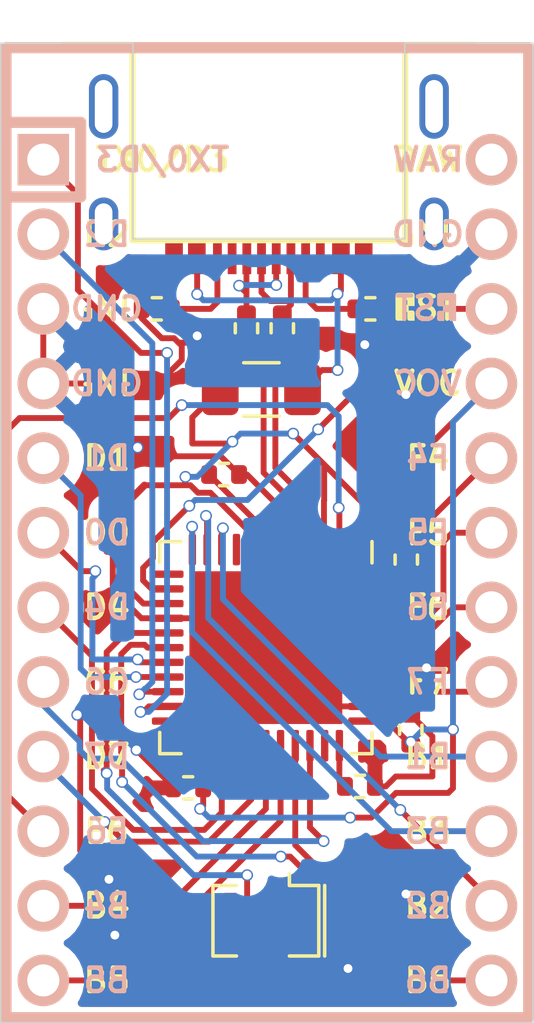
<source format=kicad_pcb>
(kicad_pcb (version 20171130) (host pcbnew 5.1.9)

  (general
    (thickness 1.6)
    (drawings 12)
    (tracks 340)
    (zones 0)
    (modules 15)
    (nets 45)
  )

  (page A4)
  (layers
    (0 F.Cu signal)
    (31 B.Cu signal)
    (32 B.Adhes user)
    (33 F.Adhes user)
    (34 B.Paste user)
    (35 F.Paste user)
    (36 B.SilkS user)
    (37 F.SilkS user)
    (38 B.Mask user)
    (39 F.Mask user)
    (40 Dwgs.User user)
    (41 Cmts.User user)
    (42 Eco1.User user)
    (43 Eco2.User user)
    (44 Edge.Cuts user)
    (45 Margin user)
    (46 B.CrtYd user hide)
    (47 F.CrtYd user)
    (48 B.Fab user)
    (49 F.Fab user hide)
  )

  (setup
    (last_trace_width 0.2)
    (user_trace_width 0.2)
    (trace_clearance 0.2)
    (zone_clearance 0.508)
    (zone_45_only no)
    (trace_min 0.2)
    (via_size 0.8)
    (via_drill 0.4)
    (via_min_size 0.4)
    (via_min_drill 0.3)
    (user_via 0.4 0.3)
    (uvia_size 0.3)
    (uvia_drill 0.1)
    (uvias_allowed no)
    (uvia_min_size 0.2)
    (uvia_min_drill 0.1)
    (edge_width 0.05)
    (segment_width 0.2)
    (pcb_text_width 0.3)
    (pcb_text_size 1.5 1.5)
    (mod_edge_width 0.12)
    (mod_text_size 1 1)
    (mod_text_width 0.15)
    (pad_size 1.524 1.524)
    (pad_drill 0.762)
    (pad_to_mask_clearance 0)
    (aux_axis_origin 0 0)
    (visible_elements FFFFFF7F)
    (pcbplotparams
      (layerselection 0x010fc_ffffffff)
      (usegerberextensions true)
      (usegerberattributes true)
      (usegerberadvancedattributes true)
      (creategerberjobfile false)
      (excludeedgelayer true)
      (linewidth 0.100000)
      (plotframeref false)
      (viasonmask false)
      (mode 1)
      (useauxorigin false)
      (hpglpennumber 1)
      (hpglpenspeed 20)
      (hpglpendiameter 15.000000)
      (psnegative false)
      (psa4output false)
      (plotreference true)
      (plotvalue true)
      (plotinvisibletext false)
      (padsonsilk false)
      (subtractmaskfromsilk true)
      (outputformat 1)
      (mirror false)
      (drillshape 0)
      (scaleselection 1)
      (outputdirectory "Gerbers"))
  )

  (net 0 "")
  (net 1 GND)
  (net 2 +5V)
  (net 3 "Net-(C5-Pad1)")
  (net 4 VBUS)
  (net 5 D-)
  (net 6 D+)
  (net 7 "Net-(R3-Pad1)")
  (net 8 "Net-(R4-Pad1)")
  (net 9 "Net-(R5-Pad2)")
  (net 10 "Net-(U1-Pad24)")
  (net 11 B5)
  (net 12 RST)
  (net 13 F4)
  (net 14 F5)
  (net 15 F6)
  (net 16 F7)
  (net 17 B1)
  (net 18 B3)
  (net 19 B2)
  (net 20 B6)
  (net 21 B4)
  (net 22 E6)
  (net 23 D7)
  (net 24 C6)
  (net 25 D4)
  (net 26 D0)
  (net 27 D1)
  (net 28 D2)
  (net 29 D3)
  (net 30 "Net-(U2-Pad42)")
  (net 31 "Net-(U2-Pad41)")
  (net 32 "Net-(U2-Pad40)")
  (net 33 "Net-(U2-Pad32)")
  (net 34 "Net-(U2-Pad26)")
  (net 35 "Net-(U2-Pad22)")
  (net 36 "Net-(U2-Pad17)")
  (net 37 "Net-(U2-Pad16)")
  (net 38 "Net-(U2-Pad12)")
  (net 39 "Net-(U2-Pad8)")
  (net 40 "Net-(R1-Pad2)")
  (net 41 "Net-(USB1-Pad9)")
  (net 42 "Net-(USB1-Pad3)")
  (net 43 "Net-(USB1-Pad13)")
  (net 44 "Net-(R2-Pad2)")

  (net_class Default "This is the default net class."
    (clearance 0.2)
    (trace_width 0.25)
    (via_dia 0.8)
    (via_drill 0.4)
    (uvia_dia 0.3)
    (uvia_drill 0.1)
    (add_net +5V)
    (add_net B1)
    (add_net B2)
    (add_net B3)
    (add_net B4)
    (add_net B5)
    (add_net B6)
    (add_net C6)
    (add_net D+)
    (add_net D-)
    (add_net D0)
    (add_net D1)
    (add_net D2)
    (add_net D3)
    (add_net D4)
    (add_net D7)
    (add_net E6)
    (add_net F4)
    (add_net F5)
    (add_net F6)
    (add_net F7)
    (add_net GND)
    (add_net "Net-(C5-Pad1)")
    (add_net "Net-(R1-Pad2)")
    (add_net "Net-(R2-Pad2)")
    (add_net "Net-(R3-Pad1)")
    (add_net "Net-(R4-Pad1)")
    (add_net "Net-(R5-Pad2)")
    (add_net "Net-(U1-Pad24)")
    (add_net "Net-(U2-Pad12)")
    (add_net "Net-(U2-Pad16)")
    (add_net "Net-(U2-Pad17)")
    (add_net "Net-(U2-Pad22)")
    (add_net "Net-(U2-Pad26)")
    (add_net "Net-(U2-Pad32)")
    (add_net "Net-(U2-Pad40)")
    (add_net "Net-(U2-Pad41)")
    (add_net "Net-(U2-Pad42)")
    (add_net "Net-(U2-Pad8)")
    (add_net "Net-(USB1-Pad13)")
    (add_net "Net-(USB1-Pad3)")
    (add_net "Net-(USB1-Pad9)")
    (add_net RST)
    (add_net VBUS)
  )

  (module Fuse:Fuse_1206_3216Metric (layer F.Cu) (tedit 603C6F61) (tstamp 5FFF12D6)
    (at 224.384 103.226)
    (descr "Fuse SMD 1206 (3216 Metric), square (rectangular) end terminal, IPC_7351 nominal, (Body size source: http://www.tortai-tech.com/upload/download/2011102023233369053.pdf), generated with kicad-footprint-generator")
    (tags fuse)
    (path /60000719)
    (attr smd)
    (fp_text reference F1 (at 0 -1.65) (layer F.SilkS) hide
      (effects (font (size 1 1) (thickness 0.15)))
    )
    (fp_text value Polyfuse_Small (at 0 1.65) (layer F.Fab)
      (effects (font (size 1 1) (thickness 0.15)))
    )
    (fp_line (start 2.28 1.12) (end -2.28 1.12) (layer F.CrtYd) (width 0.05))
    (fp_line (start 2.28 -1.12) (end 2.28 1.12) (layer F.CrtYd) (width 0.05))
    (fp_line (start -2.28 -1.12) (end 2.28 -1.12) (layer F.CrtYd) (width 0.05))
    (fp_line (start -2.28 1.12) (end -2.28 -1.12) (layer F.CrtYd) (width 0.05))
    (fp_line (start -0.602064 0.91) (end 0.602064 0.91) (layer F.SilkS) (width 0.12))
    (fp_line (start -0.602064 -0.91) (end 0.602064 -0.91) (layer F.SilkS) (width 0.12))
    (fp_line (start 1.6 0.8) (end -1.6 0.8) (layer F.Fab) (width 0.1))
    (fp_line (start 1.6 -0.8) (end 1.6 0.8) (layer F.Fab) (width 0.1))
    (fp_line (start -1.6 -0.8) (end 1.6 -0.8) (layer F.Fab) (width 0.1))
    (fp_line (start -1.6 0.8) (end -1.6 -0.8) (layer F.Fab) (width 0.1))
    (fp_text user %R (at 0 0) (layer F.Fab)
      (effects (font (size 0.5 0.5) (thickness 0.08)))
    )
    (pad 2 smd roundrect (at 1.4 0) (size 1.25 1.75) (layers F.Cu F.Paste F.Mask) (roundrect_rratio 0.2)
      (net 4 VBUS))
    (pad 1 smd roundrect (at -1.4 0) (size 1.25 1.75) (layers F.Cu F.Paste F.Mask) (roundrect_rratio 0.2)
      (net 2 +5V))
    (model ${KISYS3DMOD}/Fuse.3dshapes/Fuse_1206_3216Metric.wrl
      (at (xyz 0 0 0))
      (scale (xyz 1 1 1))
      (rotate (xyz 0 0 0))
    )
    (model /home/oj/kicad-packages3D/Fuse.3dshapes/Fuse_1206_3216Metric.step
      (at (xyz 0 0 0))
      (scale (xyz 1 1 1))
      (rotate (xyz 0 0 0))
    )
  )

  (module Package_DFN_QFN:QFN-44-1EP_7x7mm_P0.5mm_EP5.2x5.2mm (layer F.Cu) (tedit 603C6F33) (tstamp 5FFF141E)
    (at 224.536 112.014 270)
    (descr "QFN, 44 Pin (http://ww1.microchip.com/downloads/en/DeviceDoc/2512S.pdf#page=17), generated with kicad-footprint-generator ipc_noLead_generator.py")
    (tags "QFN NoLead")
    (path /5FFEB9F4)
    (attr smd)
    (fp_text reference U2 (at 0 -4.82 270) (layer F.SilkS) hide
      (effects (font (size 1 1) (thickness 0.15)))
    )
    (fp_text value ATmega32U4-MU (at 0 4.82 270) (layer F.Fab)
      (effects (font (size 1 1) (thickness 0.15)))
    )
    (fp_line (start 4.12 -4.12) (end -4.12 -4.12) (layer F.CrtYd) (width 0.05))
    (fp_line (start 4.12 4.12) (end 4.12 -4.12) (layer F.CrtYd) (width 0.05))
    (fp_line (start -4.12 4.12) (end 4.12 4.12) (layer F.CrtYd) (width 0.05))
    (fp_line (start -4.12 -4.12) (end -4.12 4.12) (layer F.CrtYd) (width 0.05))
    (fp_line (start -3.5 -2.5) (end -2.5 -3.5) (layer F.Fab) (width 0.1))
    (fp_line (start -3.5 3.5) (end -3.5 -2.5) (layer F.Fab) (width 0.1))
    (fp_line (start 3.5 3.5) (end -3.5 3.5) (layer F.Fab) (width 0.1))
    (fp_line (start 3.5 -3.5) (end 3.5 3.5) (layer F.Fab) (width 0.1))
    (fp_line (start -2.5 -3.5) (end 3.5 -3.5) (layer F.Fab) (width 0.1))
    (fp_line (start -2.885 -3.61) (end -3.61 -3.61) (layer F.SilkS) (width 0.12))
    (fp_line (start 3.61 3.61) (end 3.61 2.885) (layer F.SilkS) (width 0.12))
    (fp_line (start 2.885 3.61) (end 3.61 3.61) (layer F.SilkS) (width 0.12))
    (fp_line (start -3.61 3.61) (end -3.61 2.885) (layer F.SilkS) (width 0.12))
    (fp_line (start -2.885 3.61) (end -3.61 3.61) (layer F.SilkS) (width 0.12))
    (fp_line (start 3.61 -3.61) (end 3.61 -2.885) (layer F.SilkS) (width 0.12))
    (fp_line (start 2.885 -3.61) (end 3.61 -3.61) (layer F.SilkS) (width 0.12))
    (fp_text user %R (at 0 0 270) (layer F.Fab)
      (effects (font (size 1 1) (thickness 0.15)))
    )
    (pad "" smd roundrect (at 1.95 1.95 270) (size 1.05 1.05) (layers F.Paste) (roundrect_rratio 0.2380942857142857))
    (pad "" smd roundrect (at 1.95 0.65 270) (size 1.05 1.05) (layers F.Paste) (roundrect_rratio 0.2380942857142857))
    (pad "" smd roundrect (at 1.95 -0.65 270) (size 1.05 1.05) (layers F.Paste) (roundrect_rratio 0.2380942857142857))
    (pad "" smd roundrect (at 1.95 -1.95 270) (size 1.05 1.05) (layers F.Paste) (roundrect_rratio 0.2380942857142857))
    (pad "" smd roundrect (at 0.65 1.95 270) (size 1.05 1.05) (layers F.Paste) (roundrect_rratio 0.2380942857142857))
    (pad "" smd roundrect (at 0.65 0.65 270) (size 1.05 1.05) (layers F.Paste) (roundrect_rratio 0.2380942857142857))
    (pad "" smd roundrect (at 0.65 -0.65 270) (size 1.05 1.05) (layers F.Paste) (roundrect_rratio 0.2380942857142857))
    (pad "" smd roundrect (at 0.65 -1.95 270) (size 1.05 1.05) (layers F.Paste) (roundrect_rratio 0.2380942857142857))
    (pad "" smd roundrect (at -0.65 1.95 270) (size 1.05 1.05) (layers F.Paste) (roundrect_rratio 0.2380942857142857))
    (pad "" smd roundrect (at -0.65 0.65 270) (size 1.05 1.05) (layers F.Paste) (roundrect_rratio 0.2380942857142857))
    (pad "" smd roundrect (at -0.65 -0.65 270) (size 1.05 1.05) (layers F.Paste) (roundrect_rratio 0.2380942857142857))
    (pad "" smd roundrect (at -0.65 -1.95 270) (size 1.05 1.05) (layers F.Paste) (roundrect_rratio 0.2380942857142857))
    (pad "" smd roundrect (at -1.95 1.95 270) (size 1.05 1.05) (layers F.Paste) (roundrect_rratio 0.2380942857142857))
    (pad "" smd roundrect (at -1.95 0.65 270) (size 1.05 1.05) (layers F.Paste) (roundrect_rratio 0.2380942857142857))
    (pad "" smd roundrect (at -1.95 -0.65 270) (size 1.05 1.05) (layers F.Paste) (roundrect_rratio 0.2380942857142857))
    (pad "" smd roundrect (at -1.95 -1.95 270) (size 1.05 1.05) (layers F.Paste) (roundrect_rratio 0.2380942857142857))
    (pad 45 smd rect (at 0 0 270) (size 5.2 5.2) (layers F.Cu F.Mask)
      (net 1 GND))
    (pad 44 smd roundrect (at -2.5 -3.3375 270) (size 0.25 1.075) (layers F.Cu F.Paste F.Mask) (roundrect_rratio 0.25)
      (net 2 +5V))
    (pad 43 smd roundrect (at -2 -3.3375 270) (size 0.25 1.075) (layers F.Cu F.Paste F.Mask) (roundrect_rratio 0.25)
      (net 1 GND))
    (pad 42 smd roundrect (at -1.5 -3.3375 270) (size 0.25 1.075) (layers F.Cu F.Paste F.Mask) (roundrect_rratio 0.25)
      (net 30 "Net-(U2-Pad42)"))
    (pad 41 smd roundrect (at -1 -3.3375 270) (size 0.25 1.075) (layers F.Cu F.Paste F.Mask) (roundrect_rratio 0.25)
      (net 31 "Net-(U2-Pad41)"))
    (pad 40 smd roundrect (at -0.5 -3.3375 270) (size 0.25 1.075) (layers F.Cu F.Paste F.Mask) (roundrect_rratio 0.25)
      (net 32 "Net-(U2-Pad40)"))
    (pad 39 smd roundrect (at 0 -3.3375 270) (size 0.25 1.075) (layers F.Cu F.Paste F.Mask) (roundrect_rratio 0.25)
      (net 13 F4))
    (pad 38 smd roundrect (at 0.5 -3.3375 270) (size 0.25 1.075) (layers F.Cu F.Paste F.Mask) (roundrect_rratio 0.25)
      (net 14 F5))
    (pad 37 smd roundrect (at 1 -3.3375 270) (size 0.25 1.075) (layers F.Cu F.Paste F.Mask) (roundrect_rratio 0.25)
      (net 15 F6))
    (pad 36 smd roundrect (at 1.5 -3.3375 270) (size 0.25 1.075) (layers F.Cu F.Paste F.Mask) (roundrect_rratio 0.25)
      (net 16 F7))
    (pad 35 smd roundrect (at 2 -3.3375 270) (size 0.25 1.075) (layers F.Cu F.Paste F.Mask) (roundrect_rratio 0.25)
      (net 1 GND))
    (pad 34 smd roundrect (at 2.5 -3.3375 270) (size 0.25 1.075) (layers F.Cu F.Paste F.Mask) (roundrect_rratio 0.25)
      (net 2 +5V))
    (pad 33 smd roundrect (at 3.3375 -2.5 270) (size 1.075 0.25) (layers F.Cu F.Paste F.Mask) (roundrect_rratio 0.25)
      (net 9 "Net-(R5-Pad2)"))
    (pad 32 smd roundrect (at 3.3375 -2 270) (size 1.075 0.25) (layers F.Cu F.Paste F.Mask) (roundrect_rratio 0.25)
      (net 33 "Net-(U2-Pad32)"))
    (pad 31 smd roundrect (at 3.3375 -1.5 270) (size 1.075 0.25) (layers F.Cu F.Paste F.Mask) (roundrect_rratio 0.25)
      (net 24 C6))
    (pad 30 smd roundrect (at 3.3375 -1 270) (size 1.075 0.25) (layers F.Cu F.Paste F.Mask) (roundrect_rratio 0.25)
      (net 20 B6))
    (pad 29 smd roundrect (at 3.3375 -0.5 270) (size 1.075 0.25) (layers F.Cu F.Paste F.Mask) (roundrect_rratio 0.25)
      (net 11 B5))
    (pad 28 smd roundrect (at 3.3375 0 270) (size 1.075 0.25) (layers F.Cu F.Paste F.Mask) (roundrect_rratio 0.25)
      (net 21 B4))
    (pad 27 smd roundrect (at 3.3375 0.5 270) (size 1.075 0.25) (layers F.Cu F.Paste F.Mask) (roundrect_rratio 0.25)
      (net 23 D7))
    (pad 26 smd roundrect (at 3.3375 1 270) (size 1.075 0.25) (layers F.Cu F.Paste F.Mask) (roundrect_rratio 0.25)
      (net 34 "Net-(U2-Pad26)"))
    (pad 25 smd roundrect (at 3.3375 1.5 270) (size 1.075 0.25) (layers F.Cu F.Paste F.Mask) (roundrect_rratio 0.25)
      (net 25 D4))
    (pad 24 smd roundrect (at 3.3375 2 270) (size 1.075 0.25) (layers F.Cu F.Paste F.Mask) (roundrect_rratio 0.25)
      (net 2 +5V))
    (pad 23 smd roundrect (at 3.3375 2.5 270) (size 1.075 0.25) (layers F.Cu F.Paste F.Mask) (roundrect_rratio 0.25)
      (net 1 GND))
    (pad 22 smd roundrect (at 2.5 3.3375 270) (size 0.25 1.075) (layers F.Cu F.Paste F.Mask) (roundrect_rratio 0.25)
      (net 35 "Net-(U2-Pad22)"))
    (pad 21 smd roundrect (at 2 3.3375 270) (size 0.25 1.075) (layers F.Cu F.Paste F.Mask) (roundrect_rratio 0.25)
      (net 29 D3))
    (pad 20 smd roundrect (at 1.5 3.3375 270) (size 0.25 1.075) (layers F.Cu F.Paste F.Mask) (roundrect_rratio 0.25)
      (net 28 D2))
    (pad 19 smd roundrect (at 1 3.3375 270) (size 0.25 1.075) (layers F.Cu F.Paste F.Mask) (roundrect_rratio 0.25)
      (net 27 D1))
    (pad 18 smd roundrect (at 0.5 3.3375 270) (size 0.25 1.075) (layers F.Cu F.Paste F.Mask) (roundrect_rratio 0.25)
      (net 26 D0))
    (pad 17 smd roundrect (at 0 3.3375 270) (size 0.25 1.075) (layers F.Cu F.Paste F.Mask) (roundrect_rratio 0.25)
      (net 36 "Net-(U2-Pad17)"))
    (pad 16 smd roundrect (at -0.5 3.3375 270) (size 0.25 1.075) (layers F.Cu F.Paste F.Mask) (roundrect_rratio 0.25)
      (net 37 "Net-(U2-Pad16)"))
    (pad 15 smd roundrect (at -1 3.3375 270) (size 0.25 1.075) (layers F.Cu F.Paste F.Mask) (roundrect_rratio 0.25)
      (net 1 GND))
    (pad 14 smd roundrect (at -1.5 3.3375 270) (size 0.25 1.075) (layers F.Cu F.Paste F.Mask) (roundrect_rratio 0.25)
      (net 2 +5V))
    (pad 13 smd roundrect (at -2 3.3375 270) (size 0.25 1.075) (layers F.Cu F.Paste F.Mask) (roundrect_rratio 0.25)
      (net 12 RST))
    (pad 12 smd roundrect (at -2.5 3.3375 270) (size 0.25 1.075) (layers F.Cu F.Paste F.Mask) (roundrect_rratio 0.25)
      (net 38 "Net-(U2-Pad12)"))
    (pad 11 smd roundrect (at -3.3375 2.5 270) (size 1.075 0.25) (layers F.Cu F.Paste F.Mask) (roundrect_rratio 0.25)
      (net 18 B3))
    (pad 10 smd roundrect (at -3.3375 2 270) (size 1.075 0.25) (layers F.Cu F.Paste F.Mask) (roundrect_rratio 0.25)
      (net 19 B2))
    (pad 9 smd roundrect (at -3.3375 1.5 270) (size 1.075 0.25) (layers F.Cu F.Paste F.Mask) (roundrect_rratio 0.25)
      (net 17 B1))
    (pad 8 smd roundrect (at -3.3375 1 270) (size 1.075 0.25) (layers F.Cu F.Paste F.Mask) (roundrect_rratio 0.25)
      (net 39 "Net-(U2-Pad8)"))
    (pad 7 smd roundrect (at -3.3375 0.5 270) (size 1.075 0.25) (layers F.Cu F.Paste F.Mask) (roundrect_rratio 0.25)
      (net 2 +5V))
    (pad 6 smd roundrect (at -3.3375 0 270) (size 1.075 0.25) (layers F.Cu F.Paste F.Mask) (roundrect_rratio 0.25)
      (net 3 "Net-(C5-Pad1)"))
    (pad 5 smd roundrect (at -3.3375 -0.5 270) (size 1.075 0.25) (layers F.Cu F.Paste F.Mask) (roundrect_rratio 0.25)
      (net 1 GND))
    (pad 4 smd roundrect (at -3.3375 -1 270) (size 1.075 0.25) (layers F.Cu F.Paste F.Mask) (roundrect_rratio 0.25)
      (net 7 "Net-(R3-Pad1)"))
    (pad 3 smd roundrect (at -3.3375 -1.5 270) (size 1.075 0.25) (layers F.Cu F.Paste F.Mask) (roundrect_rratio 0.25)
      (net 8 "Net-(R4-Pad1)"))
    (pad 2 smd roundrect (at -3.3375 -2 270) (size 1.075 0.25) (layers F.Cu F.Paste F.Mask) (roundrect_rratio 0.25)
      (net 2 +5V))
    (pad 1 smd roundrect (at -3.3375 -2.5 270) (size 1.075 0.25) (layers F.Cu F.Paste F.Mask) (roundrect_rratio 0.25)
      (net 22 E6))
    (model ${KISYS3DMOD}/Package_DFN_QFN.3dshapes/QFN-44-1EP_7x7mm_P0.5mm_EP5.2x5.2mm.wrl
      (at (xyz 0 0 0))
      (scale (xyz 1 1 1))
      (rotate (xyz 0 0 0))
    )
    (model /home/oj/kicad-packages3D/Package_DFN_QFN.3dshapes/QFN-44-1EP_7x7mm_P0.5mm_EP5.2x5.2mm.step
      (at (xyz 0 0 0))
      (scale (xyz 1 1 1))
      (rotate (xyz 0 0 0))
    )
  )

  (module Resistor_SMD:R_0402_1005Metric (layer F.Cu) (tedit 603C6F25) (tstamp 5FFF1292)
    (at 229.311 109.017 270)
    (descr "Resistor SMD 0402 (1005 Metric), square (rectangular) end terminal, IPC_7351 nominal, (Body size source: IPC-SM-782 page 72, https://www.pcb-3d.com/wordpress/wp-content/uploads/ipc-sm-782a_amendment_1_and_2.pdf), generated with kicad-footprint-generator")
    (tags resistor)
    (path /5FFF87BB)
    (attr smd)
    (fp_text reference C2 (at 0 -1.17 270) (layer F.SilkS) hide
      (effects (font (size 1 1) (thickness 0.15)))
    )
    (fp_text value 0.1u (at 0 1.17 270) (layer F.Fab)
      (effects (font (size 1 1) (thickness 0.15)))
    )
    (fp_line (start 0.93 0.47) (end -0.93 0.47) (layer F.CrtYd) (width 0.05))
    (fp_line (start 0.93 -0.47) (end 0.93 0.47) (layer F.CrtYd) (width 0.05))
    (fp_line (start -0.93 -0.47) (end 0.93 -0.47) (layer F.CrtYd) (width 0.05))
    (fp_line (start -0.93 0.47) (end -0.93 -0.47) (layer F.CrtYd) (width 0.05))
    (fp_line (start -0.153641 0.38) (end 0.153641 0.38) (layer F.SilkS) (width 0.12))
    (fp_line (start -0.153641 -0.38) (end 0.153641 -0.38) (layer F.SilkS) (width 0.12))
    (fp_line (start 0.525 0.27) (end -0.525 0.27) (layer F.Fab) (width 0.1))
    (fp_line (start 0.525 -0.27) (end 0.525 0.27) (layer F.Fab) (width 0.1))
    (fp_line (start -0.525 -0.27) (end 0.525 -0.27) (layer F.Fab) (width 0.1))
    (fp_line (start -0.525 0.27) (end -0.525 -0.27) (layer F.Fab) (width 0.1))
    (fp_text user %R (at 0 0 270) (layer F.Fab)
      (effects (font (size 0.26 0.26) (thickness 0.04)))
    )
    (pad 2 smd roundrect (at 0.51 0 270) (size 0.54 0.64) (layers F.Cu F.Paste F.Mask) (roundrect_rratio 0.25)
      (net 1 GND))
    (pad 1 smd roundrect (at -0.51 0 270) (size 0.54 0.64) (layers F.Cu F.Paste F.Mask) (roundrect_rratio 0.25)
      (net 2 +5V))
    (model ${KISYS3DMOD}/Resistor_SMD.3dshapes/R_0402_1005Metric.wrl
      (at (xyz 0 0 0))
      (scale (xyz 1 1 1))
      (rotate (xyz 0 0 0))
    )
    (model /home/oj/kicad-packages3D/Capacitor_SMD.3dshapes/C_0402_1005Metric.step
      (at (xyz 0 0 0))
      (scale (xyz 1 1 1))
      (rotate (xyz 0 0 0))
    )
  )

  (module Resistor_SMD:R_0402_1005Metric (layer F.Cu) (tedit 603C6F1D) (tstamp 5FFF12A3)
    (at 229.464 114.808 90)
    (descr "Resistor SMD 0402 (1005 Metric), square (rectangular) end terminal, IPC_7351 nominal, (Body size source: IPC-SM-782 page 72, https://www.pcb-3d.com/wordpress/wp-content/uploads/ipc-sm-782a_amendment_1_and_2.pdf), generated with kicad-footprint-generator")
    (tags resistor)
    (path /5FFF8BEE)
    (attr smd)
    (fp_text reference C3 (at 0 -1.17 90) (layer F.SilkS) hide
      (effects (font (size 1 1) (thickness 0.15)))
    )
    (fp_text value 0.1u (at 0 1.17 90) (layer F.Fab)
      (effects (font (size 1 1) (thickness 0.15)))
    )
    (fp_line (start 0.93 0.47) (end -0.93 0.47) (layer F.CrtYd) (width 0.05))
    (fp_line (start 0.93 -0.47) (end 0.93 0.47) (layer F.CrtYd) (width 0.05))
    (fp_line (start -0.93 -0.47) (end 0.93 -0.47) (layer F.CrtYd) (width 0.05))
    (fp_line (start -0.93 0.47) (end -0.93 -0.47) (layer F.CrtYd) (width 0.05))
    (fp_line (start -0.153641 0.38) (end 0.153641 0.38) (layer F.SilkS) (width 0.12))
    (fp_line (start -0.153641 -0.38) (end 0.153641 -0.38) (layer F.SilkS) (width 0.12))
    (fp_line (start 0.525 0.27) (end -0.525 0.27) (layer F.Fab) (width 0.1))
    (fp_line (start 0.525 -0.27) (end 0.525 0.27) (layer F.Fab) (width 0.1))
    (fp_line (start -0.525 -0.27) (end 0.525 -0.27) (layer F.Fab) (width 0.1))
    (fp_line (start -0.525 0.27) (end -0.525 -0.27) (layer F.Fab) (width 0.1))
    (fp_text user %R (at 0 0) (layer F.Fab)
      (effects (font (size 0.26 0.26) (thickness 0.04)))
    )
    (pad 2 smd roundrect (at 0.51 0 90) (size 0.54 0.64) (layers F.Cu F.Paste F.Mask) (roundrect_rratio 0.25)
      (net 1 GND))
    (pad 1 smd roundrect (at -0.51 0 90) (size 0.54 0.64) (layers F.Cu F.Paste F.Mask) (roundrect_rratio 0.25)
      (net 2 +5V))
    (model ${KISYS3DMOD}/Resistor_SMD.3dshapes/R_0402_1005Metric.wrl
      (at (xyz 0 0 0))
      (scale (xyz 1 1 1))
      (rotate (xyz 0 0 0))
    )
    (model /home/oj/kicad-packages3D/Capacitor_SMD.3dshapes/C_0402_1005Metric.step
      (at (xyz 0 0 0))
      (scale (xyz 1 1 1))
      (rotate (xyz 0 0 0))
    )
  )

  (module Resistor_SMD:R_0402_1005Metric (layer F.Cu) (tedit 603C6F14) (tstamp 5FFF1362)
    (at 227.736 116.738 180)
    (descr "Resistor SMD 0402 (1005 Metric), square (rectangular) end terminal, IPC_7351 nominal, (Body size source: IPC-SM-782 page 72, https://www.pcb-3d.com/wordpress/wp-content/uploads/ipc-sm-782a_amendment_1_and_2.pdf), generated with kicad-footprint-generator")
    (tags resistor)
    (path /5FFF5000)
    (attr smd)
    (fp_text reference R5 (at 0 -1.17 180) (layer F.SilkS) hide
      (effects (font (size 1 1) (thickness 0.15)))
    )
    (fp_text value 10k (at 0 1.17 180) (layer F.Fab)
      (effects (font (size 1 1) (thickness 0.15)))
    )
    (fp_line (start 0.93 0.47) (end -0.93 0.47) (layer F.CrtYd) (width 0.05))
    (fp_line (start 0.93 -0.47) (end 0.93 0.47) (layer F.CrtYd) (width 0.05))
    (fp_line (start -0.93 -0.47) (end 0.93 -0.47) (layer F.CrtYd) (width 0.05))
    (fp_line (start -0.93 0.47) (end -0.93 -0.47) (layer F.CrtYd) (width 0.05))
    (fp_line (start -0.153641 0.38) (end 0.153641 0.38) (layer F.SilkS) (width 0.12))
    (fp_line (start -0.153641 -0.38) (end 0.153641 -0.38) (layer F.SilkS) (width 0.12))
    (fp_line (start 0.525 0.27) (end -0.525 0.27) (layer F.Fab) (width 0.1))
    (fp_line (start 0.525 -0.27) (end 0.525 0.27) (layer F.Fab) (width 0.1))
    (fp_line (start -0.525 -0.27) (end 0.525 -0.27) (layer F.Fab) (width 0.1))
    (fp_line (start -0.525 0.27) (end -0.525 -0.27) (layer F.Fab) (width 0.1))
    (fp_text user %R (at 0 0 180) (layer F.Fab)
      (effects (font (size 0.26 0.26) (thickness 0.04)))
    )
    (pad 2 smd roundrect (at 0.51 0 180) (size 0.54 0.64) (layers F.Cu F.Paste F.Mask) (roundrect_rratio 0.25)
      (net 9 "Net-(R5-Pad2)"))
    (pad 1 smd roundrect (at -0.51 0 180) (size 0.54 0.64) (layers F.Cu F.Paste F.Mask) (roundrect_rratio 0.25)
      (net 1 GND))
    (model ${KISYS3DMOD}/Resistor_SMD.3dshapes/R_0402_1005Metric.wrl
      (at (xyz 0 0 0))
      (scale (xyz 1 1 1))
      (rotate (xyz 0 0 0))
    )
    (model /home/oj/kicad-packages3D/Resistor_SMD.3dshapes/R_0402_1005Metric.step
      (at (xyz 0 0 0))
      (scale (xyz 1 1 1))
      (rotate (xyz 0 0 0))
    )
  )

  (module Crystal:Resonator_SMD_muRata_CSTxExxV-3Pin_3.0x1.1mm (layer F.Cu) (tedit 603C6F05) (tstamp 5FFF143A)
    (at 224.536 121.31 180)
    (descr "SMD Resomator/Filter Murata CSTCE, https://www.murata.com/en-eu/products/productdata/8801162264606/SPEC-CSTNE16M0VH3C000R0.pdf")
    (tags "SMD SMT ceramic resonator filter")
    (path /5FFF2FE3)
    (attr smd)
    (fp_text reference Y1 (at 0 -2 180) (layer F.SilkS) hide
      (effects (font (size 1 1) (thickness 0.15)))
    )
    (fp_text value Resonator_Small (at 0 1.8 180) (layer F.Fab)
      (effects (font (size 0.2 0.2) (thickness 0.03)))
    )
    (fp_line (start -1.75 1.2) (end -1.75 -1.2) (layer F.CrtYd) (width 0.05))
    (fp_line (start 1.75 -1.2) (end 1.75 1.2) (layer F.CrtYd) (width 0.05))
    (fp_line (start -1.75 -1.2) (end 1.75 -1.2) (layer F.CrtYd) (width 0.05))
    (fp_line (start 1.75 1.2) (end -1.75 1.2) (layer F.CrtYd) (width 0.05))
    (fp_line (start -1.5 0.3) (end -1.5 -0.8) (layer F.Fab) (width 0.1))
    (fp_line (start -1 0.8) (end 1.5 0.8) (layer F.Fab) (width 0.1))
    (fp_line (start -1 0.8) (end -1.5 0.3) (layer F.Fab) (width 0.1))
    (fp_line (start 1.5 -0.8) (end -1.5 -0.8) (layer F.Fab) (width 0.1))
    (fp_line (start 1.5 0.8) (end 1.5 -0.8) (layer F.Fab) (width 0.1))
    (fp_line (start -2 0.8) (end -2 1.2) (layer F.SilkS) (width 0.12))
    (fp_line (start -1.8 0.8) (end -1.8 1.2) (layer F.SilkS) (width 0.12))
    (fp_line (start 1.8 0.8) (end 1.8 1.2) (layer F.SilkS) (width 0.12))
    (fp_line (start -2 -1.2) (end -2 0.8) (layer F.SilkS) (width 0.12))
    (fp_line (start -0.8 1.2) (end -0.8 1.6) (layer F.SilkS) (width 0.12))
    (fp_line (start -0.8 1.2) (end -1.8 1.2) (layer F.SilkS) (width 0.12))
    (fp_line (start -1.8 0.8) (end -1.8 -1.2) (layer F.SilkS) (width 0.12))
    (fp_line (start -1.8 -1.2) (end -0.8 -1.2) (layer F.SilkS) (width 0.12))
    (fp_line (start 1 -1.2) (end 1.8 -1.2) (layer F.SilkS) (width 0.12))
    (fp_line (start 1.8 -1.2) (end 1.8 0.8) (layer F.SilkS) (width 0.12))
    (fp_line (start 1.8 1.2) (end 1 1.2) (layer F.SilkS) (width 0.12))
    (fp_text user %R (at 0.1 -0.05 270) (layer F.Fab)
      (effects (font (size 0.6 0.6) (thickness 0.08)))
    )
    (pad 3 smd rect (at 1.2 0 180) (size 0.4 1.9) (layers F.Cu F.Paste F.Mask)
      (net 37 "Net-(U2-Pad16)"))
    (pad 2 smd rect (at 0 0 180) (size 0.4 1.9) (layers F.Cu F.Paste F.Mask)
      (net 1 GND))
    (pad 1 smd rect (at -1.2 0 180) (size 0.4 1.9) (layers F.Cu F.Paste F.Mask)
      (net 36 "Net-(U2-Pad17)"))
    (model ${KISYS3DMOD}/Crystal.3dshapes/Resonator_SMD_muRata_CSTxExxV-3Pin_3.0x1.1mm.wrl
      (at (xyz 0 0 0))
      (scale (xyz 1 1 1))
      (rotate (xyz 0 0 0))
    )
    (model /home/oj/kicad-packages3D/Crystal.3dshapes/Resonator_SMD_muRata_CSTxExxV-3Pin_3.0x1.1mm.step
      (at (xyz 0 0 0))
      (scale (xyz 1 1 1))
      (rotate (xyz 0 0 0))
    )
  )

  (module Resistor_SMD:R_0402_1005Metric (layer F.Cu) (tedit 603C6EFE) (tstamp 5FFF12B4)
    (at 221.8944 116.789 180)
    (descr "Resistor SMD 0402 (1005 Metric), square (rectangular) end terminal, IPC_7351 nominal, (Body size source: IPC-SM-782 page 72, https://www.pcb-3d.com/wordpress/wp-content/uploads/ipc-sm-782a_amendment_1_and_2.pdf), generated with kicad-footprint-generator")
    (tags resistor)
    (path /5FFF8F83)
    (attr smd)
    (fp_text reference C4 (at 0 -1.17 180) (layer F.SilkS) hide
      (effects (font (size 1 1) (thickness 0.15)))
    )
    (fp_text value 10u (at 0 1.17 180) (layer F.Fab)
      (effects (font (size 1 1) (thickness 0.15)))
    )
    (fp_line (start 0.93 0.47) (end -0.93 0.47) (layer F.CrtYd) (width 0.05))
    (fp_line (start 0.93 -0.47) (end 0.93 0.47) (layer F.CrtYd) (width 0.05))
    (fp_line (start -0.93 -0.47) (end 0.93 -0.47) (layer F.CrtYd) (width 0.05))
    (fp_line (start -0.93 0.47) (end -0.93 -0.47) (layer F.CrtYd) (width 0.05))
    (fp_line (start -0.153641 0.38) (end 0.153641 0.38) (layer F.SilkS) (width 0.12))
    (fp_line (start -0.153641 -0.38) (end 0.153641 -0.38) (layer F.SilkS) (width 0.12))
    (fp_line (start 0.525 0.27) (end -0.525 0.27) (layer F.Fab) (width 0.1))
    (fp_line (start 0.525 -0.27) (end 0.525 0.27) (layer F.Fab) (width 0.1))
    (fp_line (start -0.525 -0.27) (end 0.525 -0.27) (layer F.Fab) (width 0.1))
    (fp_line (start -0.525 0.27) (end -0.525 -0.27) (layer F.Fab) (width 0.1))
    (fp_text user %R (at 0 0 180) (layer F.Fab)
      (effects (font (size 0.26 0.26) (thickness 0.04)))
    )
    (pad 2 smd roundrect (at 0.51 0 180) (size 0.54 0.64) (layers F.Cu F.Paste F.Mask) (roundrect_rratio 0.25)
      (net 1 GND))
    (pad 1 smd roundrect (at -0.51 0 180) (size 0.54 0.64) (layers F.Cu F.Paste F.Mask) (roundrect_rratio 0.25)
      (net 2 +5V))
    (model ${KISYS3DMOD}/Resistor_SMD.3dshapes/R_0402_1005Metric.wrl
      (at (xyz 0 0 0))
      (scale (xyz 1 1 1))
      (rotate (xyz 0 0 0))
    )
    (model /home/oj/kicad-packages3D/Capacitor_SMD.3dshapes/C_0402_1005Metric.step
      (at (xyz 0 0 0))
      (scale (xyz 1 1 1))
      (rotate (xyz 0 0 0))
    )
  )

  (module Resistor_SMD:R_0402_1005Metric (layer F.Cu) (tedit 603C6EF0) (tstamp 5FFF1281)
    (at 219.329 108.077 270)
    (descr "Resistor SMD 0402 (1005 Metric), square (rectangular) end terminal, IPC_7351 nominal, (Body size source: IPC-SM-782 page 72, https://www.pcb-3d.com/wordpress/wp-content/uploads/ipc-sm-782a_amendment_1_and_2.pdf), generated with kicad-footprint-generator")
    (tags resistor)
    (path /5FFF83AF)
    (attr smd)
    (fp_text reference C1 (at 0 -1.17 270) (layer F.SilkS) hide
      (effects (font (size 1 1) (thickness 0.15)))
    )
    (fp_text value 0.1u (at 0 1.17 270) (layer F.Fab)
      (effects (font (size 1 1) (thickness 0.15)))
    )
    (fp_line (start 0.93 0.47) (end -0.93 0.47) (layer F.CrtYd) (width 0.05))
    (fp_line (start 0.93 -0.47) (end 0.93 0.47) (layer F.CrtYd) (width 0.05))
    (fp_line (start -0.93 -0.47) (end 0.93 -0.47) (layer F.CrtYd) (width 0.05))
    (fp_line (start -0.93 0.47) (end -0.93 -0.47) (layer F.CrtYd) (width 0.05))
    (fp_line (start -0.153641 0.38) (end 0.153641 0.38) (layer F.SilkS) (width 0.12))
    (fp_line (start -0.153641 -0.38) (end 0.153641 -0.38) (layer F.SilkS) (width 0.12))
    (fp_line (start 0.525 0.27) (end -0.525 0.27) (layer F.Fab) (width 0.1))
    (fp_line (start 0.525 -0.27) (end 0.525 0.27) (layer F.Fab) (width 0.1))
    (fp_line (start -0.525 -0.27) (end 0.525 -0.27) (layer F.Fab) (width 0.1))
    (fp_line (start -0.525 0.27) (end -0.525 -0.27) (layer F.Fab) (width 0.1))
    (fp_text user %R (at 0 0 270) (layer F.Fab)
      (effects (font (size 0.26 0.26) (thickness 0.04)))
    )
    (pad 2 smd roundrect (at 0.51 0 270) (size 0.54 0.64) (layers F.Cu F.Paste F.Mask) (roundrect_rratio 0.25)
      (net 1 GND))
    (pad 1 smd roundrect (at -0.51 0 270) (size 0.54 0.64) (layers F.Cu F.Paste F.Mask) (roundrect_rratio 0.25)
      (net 2 +5V))
    (model ${KISYS3DMOD}/Resistor_SMD.3dshapes/R_0402_1005Metric.wrl
      (at (xyz 0 0 0))
      (scale (xyz 1 1 1))
      (rotate (xyz 0 0 0))
    )
    (model /home/oj/kicad-packages3D/Capacitor_SMD.3dshapes/C_0402_1005Metric.step
      (at (xyz 0 0 0))
      (scale (xyz 1 1 1))
      (rotate (xyz 0 0 0))
    )
  )

  (module Resistor_SMD:R_0402_1005Metric (layer F.Cu) (tedit 603C6EE3) (tstamp 5FFF12C5)
    (at 223.114 106.121)
    (descr "Resistor SMD 0402 (1005 Metric), square (rectangular) end terminal, IPC_7351 nominal, (Body size source: IPC-SM-782 page 72, https://www.pcb-3d.com/wordpress/wp-content/uploads/ipc-sm-782a_amendment_1_and_2.pdf), generated with kicad-footprint-generator")
    (tags resistor)
    (path /5FFF69E1)
    (attr smd)
    (fp_text reference C5 (at 0 -1.17) (layer F.SilkS) hide
      (effects (font (size 1 1) (thickness 0.15)))
    )
    (fp_text value 1u (at 0 1.17) (layer F.Fab)
      (effects (font (size 1 1) (thickness 0.15)))
    )
    (fp_line (start 0.93 0.47) (end -0.93 0.47) (layer F.CrtYd) (width 0.05))
    (fp_line (start 0.93 -0.47) (end 0.93 0.47) (layer F.CrtYd) (width 0.05))
    (fp_line (start -0.93 -0.47) (end 0.93 -0.47) (layer F.CrtYd) (width 0.05))
    (fp_line (start -0.93 0.47) (end -0.93 -0.47) (layer F.CrtYd) (width 0.05))
    (fp_line (start -0.153641 0.38) (end 0.153641 0.38) (layer F.SilkS) (width 0.12))
    (fp_line (start -0.153641 -0.38) (end 0.153641 -0.38) (layer F.SilkS) (width 0.12))
    (fp_line (start 0.525 0.27) (end -0.525 0.27) (layer F.Fab) (width 0.1))
    (fp_line (start 0.525 -0.27) (end 0.525 0.27) (layer F.Fab) (width 0.1))
    (fp_line (start -0.525 -0.27) (end 0.525 -0.27) (layer F.Fab) (width 0.1))
    (fp_line (start -0.525 0.27) (end -0.525 -0.27) (layer F.Fab) (width 0.1))
    (fp_text user %R (at 0 0) (layer F.Fab)
      (effects (font (size 0.26 0.26) (thickness 0.04)))
    )
    (pad 2 smd roundrect (at 0.51 0) (size 0.54 0.64) (layers F.Cu F.Paste F.Mask) (roundrect_rratio 0.25)
      (net 1 GND))
    (pad 1 smd roundrect (at -0.51 0) (size 0.54 0.64) (layers F.Cu F.Paste F.Mask) (roundrect_rratio 0.25)
      (net 3 "Net-(C5-Pad1)"))
    (model ${KISYS3DMOD}/Resistor_SMD.3dshapes/R_0402_1005Metric.wrl
      (at (xyz 0 0 0))
      (scale (xyz 1 1 1))
      (rotate (xyz 0 0 0))
    )
    (model /home/oj/kicad-packages3D/Capacitor_SMD.3dshapes/C_0402_1005Metric.step
      (at (xyz 0 0 0))
      (scale (xyz 1 1 1))
      (rotate (xyz 0 0 0))
    )
  )

  (module Resistor_SMD:R_0402_1005Metric (layer F.Cu) (tedit 603C6ED4) (tstamp 5FFF131E)
    (at 228.09 100.482 180)
    (descr "Resistor SMD 0402 (1005 Metric), square (rectangular) end terminal, IPC_7351 nominal, (Body size source: IPC-SM-782 page 72, https://www.pcb-3d.com/wordpress/wp-content/uploads/ipc-sm-782a_amendment_1_and_2.pdf), generated with kicad-footprint-generator")
    (tags resistor)
    (path /600030B5)
    (attr smd)
    (fp_text reference R1 (at 0 -1.17 180) (layer F.SilkS) hide
      (effects (font (size 1 1) (thickness 0.15)))
    )
    (fp_text value 5k1 (at 0 1.17 180) (layer F.Fab)
      (effects (font (size 1 1) (thickness 0.15)))
    )
    (fp_line (start 0.93 0.47) (end -0.93 0.47) (layer F.CrtYd) (width 0.05))
    (fp_line (start 0.93 -0.47) (end 0.93 0.47) (layer F.CrtYd) (width 0.05))
    (fp_line (start -0.93 -0.47) (end 0.93 -0.47) (layer F.CrtYd) (width 0.05))
    (fp_line (start -0.93 0.47) (end -0.93 -0.47) (layer F.CrtYd) (width 0.05))
    (fp_line (start -0.153641 0.38) (end 0.153641 0.38) (layer F.SilkS) (width 0.12))
    (fp_line (start -0.153641 -0.38) (end 0.153641 -0.38) (layer F.SilkS) (width 0.12))
    (fp_line (start 0.525 0.27) (end -0.525 0.27) (layer F.Fab) (width 0.1))
    (fp_line (start 0.525 -0.27) (end 0.525 0.27) (layer F.Fab) (width 0.1))
    (fp_line (start -0.525 -0.27) (end 0.525 -0.27) (layer F.Fab) (width 0.1))
    (fp_line (start -0.525 0.27) (end -0.525 -0.27) (layer F.Fab) (width 0.1))
    (fp_text user %R (at 0 0 180) (layer F.Fab)
      (effects (font (size 0.26 0.26) (thickness 0.04)))
    )
    (pad 2 smd roundrect (at 0.51 0 180) (size 0.54 0.64) (layers F.Cu F.Paste F.Mask) (roundrect_rratio 0.25)
      (net 40 "Net-(R1-Pad2)"))
    (pad 1 smd roundrect (at -0.51 0 180) (size 0.54 0.64) (layers F.Cu F.Paste F.Mask) (roundrect_rratio 0.25)
      (net 1 GND))
    (model ${KISYS3DMOD}/Resistor_SMD.3dshapes/R_0402_1005Metric.wrl
      (at (xyz 0 0 0))
      (scale (xyz 1 1 1))
      (rotate (xyz 0 0 0))
    )
    (model /home/oj/kicad-packages3D/Resistor_SMD.3dshapes/R_0402_1005Metric.step
      (at (xyz 0 0 0))
      (scale (xyz 1 1 1))
      (rotate (xyz 0 0 0))
    )
  )

  (module Keebio-Parts:USB-C-12-Pin-MidMount (layer F.Cu) (tedit 603C6EC5) (tstamp 5FFF27FF)
    (at 224.638 91.4908)
    (path /600180EE)
    (fp_text reference USB1 (at 0 9) (layer F.SilkS) hide
      (effects (font (size 0.7 0.7) (thickness 0.15)))
    )
    (fp_text value HRO-TYPE-C-31-M-12 (at 0 -2) (layer F.Fab)
      (effects (font (size 1 1) (thickness 0.15)))
    )
    (fp_line (start 4.64 6.66) (end 4.64 0) (layer F.SilkS) (width 0.2))
    (fp_line (start -4.64 6.66) (end -4.64 0) (layer F.SilkS) (width 0.2))
    (fp_line (start -4.64 6.66) (end 4.64 6.66) (layer F.SilkS) (width 0.2))
    (fp_line (start -7 0) (end -4.64 0) (layer F.SilkS) (width 0.2))
    (fp_line (start 7 0) (end 4.64 0) (layer F.SilkS) (width 0.2))
    (pad 12 smd rect (at -3.225 7.235) (size 0.6 1.15) (layers F.Cu F.Paste F.Mask)
      (net 1 GND))
    (pad 11 smd rect (at -2.45 7.235) (size 0.6 1.15) (layers F.Cu F.Paste F.Mask)
      (net 4 VBUS))
    (pad 1 smd rect (at 3.225 7.235) (size 0.6 1.15) (layers F.Cu F.Paste F.Mask)
      (net 1 GND))
    (pad 2 smd rect (at 2.45 7.235) (size 0.6 1.15) (layers F.Cu F.Paste F.Mask)
      (net 4 VBUS))
    (pad 9 smd rect (at -1.25 7.235) (size 0.3 1.15) (layers F.Cu F.Paste F.Mask)
      (net 41 "Net-(USB1-Pad9)"))
    (pad 10 smd rect (at -1.75 7.235) (size 0.3 1.15) (layers F.Cu F.Paste F.Mask)
      (net 44 "Net-(R2-Pad2)"))
    (pad 3 smd rect (at 1.75 7.235) (size 0.3 1.15) (layers F.Cu F.Paste F.Mask)
      (net 42 "Net-(USB1-Pad3)"))
    (pad 4 smd rect (at 1.25 7.235) (size 0.3 1.15) (layers F.Cu F.Paste F.Mask)
      (net 40 "Net-(R1-Pad2)"))
    (pad 8 smd rect (at -0.75 7.235) (size 0.3 1.15) (layers F.Cu F.Paste F.Mask)
      (net 6 D+))
    (pad 5 smd rect (at 0.75 7.235) (size 0.3 1.15) (layers F.Cu F.Paste F.Mask)
      (net 5 D-))
    (pad 7 smd rect (at -0.25 7.235) (size 0.3 1.15) (layers F.Cu F.Paste F.Mask)
      (net 5 D-))
    (pad 6 smd rect (at 0.25 7.235) (size 0.3 1.15) (layers F.Cu F.Paste F.Mask)
      (net 6 D+))
    (pad 13 thru_hole oval (at 5.62 2.1) (size 1 2.2) (drill oval 0.6 1.8) (layers *.Cu *.Mask)
      (net 43 "Net-(USB1-Pad13)"))
    (pad 13 thru_hole oval (at -5.62 2.1) (size 1 2.2) (drill oval 0.6 1.8) (layers *.Cu *.Mask)
      (net 43 "Net-(USB1-Pad13)"))
    (pad 13 thru_hole oval (at -5.62 6.1) (size 1 1.8) (drill oval 0.6 1.4) (layers *.Cu *.Mask)
      (net 43 "Net-(USB1-Pad13)"))
    (pad 13 thru_hole oval (at 5.62 6.1) (size 1 1.8) (drill oval 0.6 1.4) (layers *.Cu *.Mask)
      (net 43 "Net-(USB1-Pad13)"))
  )

  (module Resistor_SMD:R_0402_1005Metric (layer F.Cu) (tedit 603C6EA8) (tstamp 5FFF1351)
    (at 225.095 101.143 90)
    (descr "Resistor SMD 0402 (1005 Metric), square (rectangular) end terminal, IPC_7351 nominal, (Body size source: IPC-SM-782 page 72, https://www.pcb-3d.com/wordpress/wp-content/uploads/ipc-sm-782a_amendment_1_and_2.pdf), generated with kicad-footprint-generator")
    (tags resistor)
    (path /5FFEEE06)
    (attr smd)
    (fp_text reference R4 (at 0 -1.17 90) (layer F.SilkS) hide
      (effects (font (size 1 1) (thickness 0.15)))
    )
    (fp_text value 22 (at 0 1.17 90) (layer F.Fab)
      (effects (font (size 1 1) (thickness 0.15)))
    )
    (fp_line (start 0.93 0.47) (end -0.93 0.47) (layer F.CrtYd) (width 0.05))
    (fp_line (start 0.93 -0.47) (end 0.93 0.47) (layer F.CrtYd) (width 0.05))
    (fp_line (start -0.93 -0.47) (end 0.93 -0.47) (layer F.CrtYd) (width 0.05))
    (fp_line (start -0.93 0.47) (end -0.93 -0.47) (layer F.CrtYd) (width 0.05))
    (fp_line (start -0.153641 0.38) (end 0.153641 0.38) (layer F.SilkS) (width 0.12))
    (fp_line (start -0.153641 -0.38) (end 0.153641 -0.38) (layer F.SilkS) (width 0.12))
    (fp_line (start 0.525 0.27) (end -0.525 0.27) (layer F.Fab) (width 0.1))
    (fp_line (start 0.525 -0.27) (end 0.525 0.27) (layer F.Fab) (width 0.1))
    (fp_line (start -0.525 -0.27) (end 0.525 -0.27) (layer F.Fab) (width 0.1))
    (fp_line (start -0.525 0.27) (end -0.525 -0.27) (layer F.Fab) (width 0.1))
    (fp_text user %R (at 0 0 90) (layer F.Fab)
      (effects (font (size 0.26 0.26) (thickness 0.04)))
    )
    (pad 2 smd roundrect (at 0.51 0 90) (size 0.54 0.64) (layers F.Cu F.Paste F.Mask) (roundrect_rratio 0.25)
      (net 5 D-))
    (pad 1 smd roundrect (at -0.51 0 90) (size 0.54 0.64) (layers F.Cu F.Paste F.Mask) (roundrect_rratio 0.25)
      (net 8 "Net-(R4-Pad1)"))
    (model ${KISYS3DMOD}/Resistor_SMD.3dshapes/R_0402_1005Metric.wrl
      (at (xyz 0 0 0))
      (scale (xyz 1 1 1))
      (rotate (xyz 0 0 0))
    )
    (model /home/oj/kicad-packages3D/Resistor_SMD.3dshapes/R_0402_1005Metric.step
      (at (xyz 0 0 0))
      (scale (xyz 1 1 1))
      (rotate (xyz 0 0 0))
    )
  )

  (module Resistor_SMD:R_0402_1005Metric (layer F.Cu) (tedit 603C6E9A) (tstamp 5FFF1340)
    (at 223.876 101.143 90)
    (descr "Resistor SMD 0402 (1005 Metric), square (rectangular) end terminal, IPC_7351 nominal, (Body size source: IPC-SM-782 page 72, https://www.pcb-3d.com/wordpress/wp-content/uploads/ipc-sm-782a_amendment_1_and_2.pdf), generated with kicad-footprint-generator")
    (tags resistor)
    (path /5FFEEB3B)
    (attr smd)
    (fp_text reference R3 (at 0 -1.17 90) (layer F.SilkS) hide
      (effects (font (size 1 1) (thickness 0.15)))
    )
    (fp_text value 22 (at 0 1.17 90) (layer F.Fab)
      (effects (font (size 1 1) (thickness 0.15)))
    )
    (fp_line (start 0.93 0.47) (end -0.93 0.47) (layer F.CrtYd) (width 0.05))
    (fp_line (start 0.93 -0.47) (end 0.93 0.47) (layer F.CrtYd) (width 0.05))
    (fp_line (start -0.93 -0.47) (end 0.93 -0.47) (layer F.CrtYd) (width 0.05))
    (fp_line (start -0.93 0.47) (end -0.93 -0.47) (layer F.CrtYd) (width 0.05))
    (fp_line (start -0.153641 0.38) (end 0.153641 0.38) (layer F.SilkS) (width 0.12))
    (fp_line (start -0.153641 -0.38) (end 0.153641 -0.38) (layer F.SilkS) (width 0.12))
    (fp_line (start 0.525 0.27) (end -0.525 0.27) (layer F.Fab) (width 0.1))
    (fp_line (start 0.525 -0.27) (end 0.525 0.27) (layer F.Fab) (width 0.1))
    (fp_line (start -0.525 -0.27) (end 0.525 -0.27) (layer F.Fab) (width 0.1))
    (fp_line (start -0.525 0.27) (end -0.525 -0.27) (layer F.Fab) (width 0.1))
    (fp_text user %R (at 0 0 90) (layer F.Fab)
      (effects (font (size 0.26 0.26) (thickness 0.04)))
    )
    (pad 2 smd roundrect (at 0.51 0 90) (size 0.54 0.64) (layers F.Cu F.Paste F.Mask) (roundrect_rratio 0.25)
      (net 6 D+))
    (pad 1 smd roundrect (at -0.51 0 90) (size 0.54 0.64) (layers F.Cu F.Paste F.Mask) (roundrect_rratio 0.25)
      (net 7 "Net-(R3-Pad1)"))
    (model ${KISYS3DMOD}/Resistor_SMD.3dshapes/R_0402_1005Metric.wrl
      (at (xyz 0 0 0))
      (scale (xyz 1 1 1))
      (rotate (xyz 0 0 0))
    )
    (model /home/oj/kicad-packages3D/Resistor_SMD.3dshapes/R_0402_1005Metric.step
      (at (xyz 0 0 0))
      (scale (xyz 1 1 1))
      (rotate (xyz 0 0 0))
    )
  )

  (module Resistor_SMD:R_0402_1005Metric (layer F.Cu) (tedit 603C6E7A) (tstamp 5FFF132F)
    (at 220.826 100.482)
    (descr "Resistor SMD 0402 (1005 Metric), square (rectangular) end terminal, IPC_7351 nominal, (Body size source: IPC-SM-782 page 72, https://www.pcb-3d.com/wordpress/wp-content/uploads/ipc-sm-782a_amendment_1_and_2.pdf), generated with kicad-footprint-generator")
    (tags resistor)
    (path /6000353C)
    (attr smd)
    (fp_text reference R2 (at 0 -1.17) (layer F.SilkS) hide
      (effects (font (size 1 1) (thickness 0.15)))
    )
    (fp_text value 5k1 (at 0 1.17) (layer F.Fab)
      (effects (font (size 1 1) (thickness 0.15)))
    )
    (fp_line (start 0.93 0.47) (end -0.93 0.47) (layer F.CrtYd) (width 0.05))
    (fp_line (start 0.93 -0.47) (end 0.93 0.47) (layer F.CrtYd) (width 0.05))
    (fp_line (start -0.93 -0.47) (end 0.93 -0.47) (layer F.CrtYd) (width 0.05))
    (fp_line (start -0.93 0.47) (end -0.93 -0.47) (layer F.CrtYd) (width 0.05))
    (fp_line (start -0.153641 0.38) (end 0.153641 0.38) (layer F.SilkS) (width 0.12))
    (fp_line (start -0.153641 -0.38) (end 0.153641 -0.38) (layer F.SilkS) (width 0.12))
    (fp_line (start 0.525 0.27) (end -0.525 0.27) (layer F.Fab) (width 0.1))
    (fp_line (start 0.525 -0.27) (end 0.525 0.27) (layer F.Fab) (width 0.1))
    (fp_line (start -0.525 -0.27) (end 0.525 -0.27) (layer F.Fab) (width 0.1))
    (fp_line (start -0.525 0.27) (end -0.525 -0.27) (layer F.Fab) (width 0.1))
    (fp_text user %R (at 0 0) (layer F.Fab)
      (effects (font (size 0.26 0.26) (thickness 0.04)))
    )
    (pad 2 smd roundrect (at 0.51 0) (size 0.54 0.64) (layers F.Cu F.Paste F.Mask) (roundrect_rratio 0.25)
      (net 44 "Net-(R2-Pad2)"))
    (pad 1 smd roundrect (at -0.51 0) (size 0.54 0.64) (layers F.Cu F.Paste F.Mask) (roundrect_rratio 0.25)
      (net 1 GND))
    (model ${KISYS3DMOD}/Resistor_SMD.3dshapes/R_0402_1005Metric.wrl
      (at (xyz 0 0 0))
      (scale (xyz 1 1 1))
      (rotate (xyz 0 0 0))
    )
    (model /home/oj/kicad-packages3D/Resistor_SMD.3dshapes/R_0402_1005Metric.step
      (at (xyz 0 0 0))
      (scale (xyz 1 1 1))
      (rotate (xyz 0 0 0))
    )
  )

  (module Keebio-Parts:ArduinoProMicro (layer F.Cu) (tedit 5B307E4C) (tstamp 5FFF13CC)
    (at 224.587 109.372 270)
    (path /5FFEA816)
    (fp_text reference U1 (at 0 1.625 90) (layer F.SilkS) hide
      (effects (font (size 1.27 1.524) (thickness 0.2032)))
    )
    (fp_text value ProMicro (at 0 0 90) (layer F.SilkS) hide
      (effects (font (size 1.27 1.524) (thickness 0.2032)))
    )
    (fp_line (start -15.24 6.35) (end -15.24 8.89) (layer F.SilkS) (width 0.381))
    (fp_line (start -15.24 6.35) (end -15.24 8.89) (layer B.SilkS) (width 0.381))
    (fp_line (start -19.304 -3.556) (end -14.224 -3.556) (layer Dwgs.User) (width 0.2))
    (fp_line (start -19.304 3.81) (end -19.304 -3.556) (layer Dwgs.User) (width 0.2))
    (fp_line (start -14.224 3.81) (end -19.304 3.81) (layer Dwgs.User) (width 0.2))
    (fp_line (start -14.224 -3.556) (end -14.224 3.81) (layer Dwgs.User) (width 0.2))
    (fp_line (start -17.78 8.89) (end -15.24 8.89) (layer F.SilkS) (width 0.381))
    (fp_line (start -17.78 -8.89) (end -17.78 8.89) (layer F.SilkS) (width 0.381))
    (fp_line (start -15.24 -8.89) (end -17.78 -8.89) (layer F.SilkS) (width 0.381))
    (fp_line (start -17.78 -8.89) (end -17.78 8.89) (layer B.SilkS) (width 0.381))
    (fp_line (start -17.78 8.89) (end 15.24 8.89) (layer B.SilkS) (width 0.381))
    (fp_line (start 15.24 8.89) (end 15.24 -8.89) (layer B.SilkS) (width 0.381))
    (fp_line (start 15.24 -8.89) (end -17.78 -8.89) (layer B.SilkS) (width 0.381))
    (fp_poly (pts (xy -9.35097 -5.844635) (xy -9.25097 -5.844635) (xy -9.25097 -6.344635) (xy -9.35097 -6.344635)) (layer B.SilkS) (width 0.15))
    (fp_poly (pts (xy -9.35097 -5.844635) (xy -9.05097 -5.844635) (xy -9.05097 -5.944635) (xy -9.35097 -5.944635)) (layer B.SilkS) (width 0.15))
    (fp_poly (pts (xy -8.75097 -5.844635) (xy -8.55097 -5.844635) (xy -8.55097 -5.944635) (xy -8.75097 -5.944635)) (layer B.SilkS) (width 0.15))
    (fp_poly (pts (xy -9.35097 -6.244635) (xy -8.55097 -6.244635) (xy -8.55097 -6.344635) (xy -9.35097 -6.344635)) (layer B.SilkS) (width 0.15))
    (fp_poly (pts (xy -8.95097 -6.044635) (xy -8.85097 -6.044635) (xy -8.85097 -6.144635) (xy -8.95097 -6.144635)) (layer B.SilkS) (width 0.15))
    (fp_poly (pts (xy -8.76064 -4.931568) (xy -8.56064 -4.931568) (xy -8.56064 -4.831568) (xy -8.76064 -4.831568)) (layer F.SilkS) (width 0.15))
    (fp_poly (pts (xy -9.36064 -4.531568) (xy -8.56064 -4.531568) (xy -8.56064 -4.431568) (xy -9.36064 -4.431568)) (layer F.SilkS) (width 0.15))
    (fp_poly (pts (xy -9.36064 -4.931568) (xy -9.26064 -4.931568) (xy -9.26064 -4.431568) (xy -9.36064 -4.431568)) (layer F.SilkS) (width 0.15))
    (fp_poly (pts (xy -8.96064 -4.731568) (xy -8.86064 -4.731568) (xy -8.86064 -4.631568) (xy -8.96064 -4.631568)) (layer F.SilkS) (width 0.15))
    (fp_poly (pts (xy -9.36064 -4.931568) (xy -9.06064 -4.931568) (xy -9.06064 -4.831568) (xy -9.36064 -4.831568)) (layer F.SilkS) (width 0.15))
    (fp_line (start -12.7 6.35) (end -12.7 8.89) (layer F.SilkS) (width 0.381))
    (fp_line (start -15.24 6.35) (end -12.7 6.35) (layer F.SilkS) (width 0.381))
    (fp_line (start 15.24 -8.89) (end -15.24 -8.89) (layer F.SilkS) (width 0.381))
    (fp_line (start 15.24 8.89) (end 15.24 -8.89) (layer F.SilkS) (width 0.381))
    (fp_line (start -15.24 8.89) (end 15.24 8.89) (layer F.SilkS) (width 0.381))
    (fp_line (start -15.24 6.35) (end -12.7 6.35) (layer B.SilkS) (width 0.381))
    (fp_line (start -12.7 6.35) (end -12.7 8.89) (layer B.SilkS) (width 0.381))
    (fp_text user ST (at -8.91 -5.04) (layer B.SilkS)
      (effects (font (size 0.8 0.8) (thickness 0.15)) (justify mirror))
    )
    (fp_text user TX0/D3 (at -13.97 3.571872) (layer F.SilkS)
      (effects (font (size 0.8 0.8) (thickness 0.15)))
    )
    (fp_text user TX0/D3 (at -13.97 3.571872) (layer B.SilkS)
      (effects (font (size 0.8 0.8) (thickness 0.15)) (justify mirror))
    )
    (fp_text user D2 (at -11.43 5.461) (layer F.SilkS)
      (effects (font (size 0.8 0.8) (thickness 0.15)))
    )
    (fp_text user D0 (at -1.27 5.461) (layer F.SilkS)
      (effects (font (size 0.8 0.8) (thickness 0.15)))
    )
    (fp_text user D1 (at -3.81 5.461) (layer F.SilkS)
      (effects (font (size 0.8 0.8) (thickness 0.15)))
    )
    (fp_text user GND (at -6.35 5.461) (layer F.SilkS)
      (effects (font (size 0.8 0.8) (thickness 0.15)))
    )
    (fp_text user GND (at -8.89 5.461) (layer F.SilkS)
      (effects (font (size 0.8 0.8) (thickness 0.15)))
    )
    (fp_text user D4 (at 1.27 5.461) (layer F.SilkS)
      (effects (font (size 0.8 0.8) (thickness 0.15)))
    )
    (fp_text user C6 (at 3.81 5.461) (layer F.SilkS)
      (effects (font (size 0.8 0.8) (thickness 0.15)))
    )
    (fp_text user D7 (at 6.35 5.461) (layer F.SilkS)
      (effects (font (size 0.8 0.8) (thickness 0.15)))
    )
    (fp_text user E6 (at 8.89 5.461) (layer F.SilkS)
      (effects (font (size 0.8 0.8) (thickness 0.15)))
    )
    (fp_text user B4 (at 11.43 5.461) (layer F.SilkS)
      (effects (font (size 0.8 0.8) (thickness 0.15)))
    )
    (fp_text user B5 (at 13.97 5.461) (layer F.SilkS)
      (effects (font (size 0.8 0.8) (thickness 0.15)))
    )
    (fp_text user B6 (at 13.97 -5.461) (layer F.SilkS)
      (effects (font (size 0.8 0.8) (thickness 0.15)))
    )
    (fp_text user B2 (at 11.43 -5.461) (layer B.SilkS)
      (effects (font (size 0.8 0.8) (thickness 0.15)) (justify mirror))
    )
    (fp_text user B3 (at 8.89 -5.461) (layer F.SilkS)
      (effects (font (size 0.8 0.8) (thickness 0.15)))
    )
    (fp_text user B1 (at 6.35 -5.461) (layer F.SilkS)
      (effects (font (size 0.8 0.8) (thickness 0.15)))
    )
    (fp_text user F7 (at 3.81 -5.461) (layer B.SilkS)
      (effects (font (size 0.8 0.8) (thickness 0.15)) (justify mirror))
    )
    (fp_text user F6 (at 1.27 -5.461) (layer B.SilkS)
      (effects (font (size 0.8 0.8) (thickness 0.15)) (justify mirror))
    )
    (fp_text user F5 (at -1.27 -5.461) (layer B.SilkS)
      (effects (font (size 0.8 0.8) (thickness 0.15)) (justify mirror))
    )
    (fp_text user F4 (at -3.81 -5.461) (layer F.SilkS)
      (effects (font (size 0.8 0.8) (thickness 0.15)))
    )
    (fp_text user VCC (at -6.35 -5.461) (layer F.SilkS)
      (effects (font (size 0.8 0.8) (thickness 0.15)))
    )
    (fp_text user ST (at -8.92 -5.73312) (layer F.SilkS)
      (effects (font (size 0.8 0.8) (thickness 0.15)))
    )
    (fp_text user GND (at -11.43 -5.461) (layer F.SilkS)
      (effects (font (size 0.8 0.8) (thickness 0.15)))
    )
    (fp_text user RAW (at -13.97 -5.461) (layer F.SilkS)
      (effects (font (size 0.8 0.8) (thickness 0.15)))
    )
    (fp_text user RAW (at -13.97 -5.461) (layer B.SilkS)
      (effects (font (size 0.8 0.8) (thickness 0.15)) (justify mirror))
    )
    (fp_text user GND (at -11.43 -5.461) (layer B.SilkS)
      (effects (font (size 0.8 0.8) (thickness 0.15)) (justify mirror))
    )
    (fp_text user VCC (at -6.35 -5.461) (layer B.SilkS)
      (effects (font (size 0.8 0.8) (thickness 0.15)) (justify mirror))
    )
    (fp_text user F4 (at -3.81 -5.461) (layer B.SilkS)
      (effects (font (size 0.8 0.8) (thickness 0.15)) (justify mirror))
    )
    (fp_text user F5 (at -1.27 -5.461) (layer F.SilkS)
      (effects (font (size 0.8 0.8) (thickness 0.15)))
    )
    (fp_text user F6 (at 1.27 -5.461) (layer F.SilkS)
      (effects (font (size 0.8 0.8) (thickness 0.15)))
    )
    (fp_text user F7 (at 3.81 -5.461) (layer F.SilkS)
      (effects (font (size 0.8 0.8) (thickness 0.15)))
    )
    (fp_text user B1 (at 6.35 -5.461) (layer B.SilkS)
      (effects (font (size 0.8 0.8) (thickness 0.15)) (justify mirror))
    )
    (fp_text user B3 (at 8.89 -5.461) (layer B.SilkS)
      (effects (font (size 0.8 0.8) (thickness 0.15)) (justify mirror))
    )
    (fp_text user B2 (at 11.43 -5.461) (layer F.SilkS)
      (effects (font (size 0.8 0.8) (thickness 0.15)))
    )
    (fp_text user B6 (at 13.97 -5.461) (layer B.SilkS)
      (effects (font (size 0.8 0.8) (thickness 0.15)) (justify mirror))
    )
    (fp_text user B5 (at 13.97 5.461) (layer B.SilkS)
      (effects (font (size 0.8 0.8) (thickness 0.15)) (justify mirror))
    )
    (fp_text user B4 (at 11.43 5.461) (layer B.SilkS)
      (effects (font (size 0.8 0.8) (thickness 0.15)) (justify mirror))
    )
    (fp_text user E6 (at 8.89 5.461) (layer B.SilkS)
      (effects (font (size 0.8 0.8) (thickness 0.15)) (justify mirror))
    )
    (fp_text user D7 (at 6.35 5.461) (layer B.SilkS)
      (effects (font (size 0.8 0.8) (thickness 0.15)) (justify mirror))
    )
    (fp_text user C6 (at 3.81 5.461) (layer B.SilkS)
      (effects (font (size 0.8 0.8) (thickness 0.15)) (justify mirror))
    )
    (fp_text user D4 (at 1.27 5.461) (layer B.SilkS)
      (effects (font (size 0.8 0.8) (thickness 0.15)) (justify mirror))
    )
    (fp_text user GND (at -8.89 5.461) (layer B.SilkS)
      (effects (font (size 0.8 0.8) (thickness 0.15)) (justify mirror))
    )
    (fp_text user GND (at -6.35 5.461) (layer B.SilkS)
      (effects (font (size 0.8 0.8) (thickness 0.15)) (justify mirror))
    )
    (fp_text user D1 (at -3.81 5.461) (layer B.SilkS)
      (effects (font (size 0.8 0.8) (thickness 0.15)) (justify mirror))
    )
    (fp_text user D0 (at -1.27 5.461) (layer B.SilkS)
      (effects (font (size 0.8 0.8) (thickness 0.15)) (justify mirror))
    )
    (fp_text user D2 (at -11.43 5.461) (layer B.SilkS)
      (effects (font (size 0.8 0.8) (thickness 0.15)) (justify mirror))
    )
    (pad 24 thru_hole circle (at -13.97 -7.62 270) (size 1.7526 1.7526) (drill 1.0922) (layers *.Cu *.SilkS *.Mask)
      (net 10 "Net-(U1-Pad24)"))
    (pad 12 thru_hole circle (at 13.97 7.62 270) (size 1.7526 1.7526) (drill 1.0922) (layers *.Cu *.SilkS *.Mask)
      (net 11 B5))
    (pad 23 thru_hole circle (at -11.43 -7.62 270) (size 1.7526 1.7526) (drill 1.0922) (layers *.Cu *.SilkS *.Mask)
      (net 1 GND))
    (pad 22 thru_hole circle (at -8.89 -7.62 270) (size 1.7526 1.7526) (drill 1.0922) (layers *.Cu *.SilkS *.Mask)
      (net 12 RST))
    (pad 21 thru_hole circle (at -6.35 -7.62 270) (size 1.7526 1.7526) (drill 1.0922) (layers *.Cu *.SilkS *.Mask)
      (net 2 +5V))
    (pad 20 thru_hole circle (at -3.81 -7.62 270) (size 1.7526 1.7526) (drill 1.0922) (layers *.Cu *.SilkS *.Mask)
      (net 13 F4))
    (pad 19 thru_hole circle (at -1.27 -7.62 270) (size 1.7526 1.7526) (drill 1.0922) (layers *.Cu *.SilkS *.Mask)
      (net 14 F5))
    (pad 18 thru_hole circle (at 1.27 -7.62 270) (size 1.7526 1.7526) (drill 1.0922) (layers *.Cu *.SilkS *.Mask)
      (net 15 F6))
    (pad 17 thru_hole circle (at 3.81 -7.62 270) (size 1.7526 1.7526) (drill 1.0922) (layers *.Cu *.SilkS *.Mask)
      (net 16 F7))
    (pad 16 thru_hole circle (at 6.35 -7.62 270) (size 1.7526 1.7526) (drill 1.0922) (layers *.Cu *.SilkS *.Mask)
      (net 17 B1))
    (pad 15 thru_hole circle (at 8.89 -7.62 270) (size 1.7526 1.7526) (drill 1.0922) (layers *.Cu *.SilkS *.Mask)
      (net 18 B3))
    (pad 14 thru_hole circle (at 11.43 -7.62 270) (size 1.7526 1.7526) (drill 1.0922) (layers *.Cu *.SilkS *.Mask)
      (net 19 B2))
    (pad 13 thru_hole circle (at 13.97 -7.62 270) (size 1.7526 1.7526) (drill 1.0922) (layers *.Cu *.SilkS *.Mask)
      (net 20 B6))
    (pad 11 thru_hole circle (at 11.43 7.62 270) (size 1.7526 1.7526) (drill 1.0922) (layers *.Cu *.SilkS *.Mask)
      (net 21 B4))
    (pad 10 thru_hole circle (at 8.89 7.62 270) (size 1.7526 1.7526) (drill 1.0922) (layers *.Cu *.SilkS *.Mask)
      (net 22 E6))
    (pad 9 thru_hole circle (at 6.35 7.62 270) (size 1.7526 1.7526) (drill 1.0922) (layers *.Cu *.SilkS *.Mask)
      (net 23 D7))
    (pad 8 thru_hole circle (at 3.81 7.62 270) (size 1.7526 1.7526) (drill 1.0922) (layers *.Cu *.SilkS *.Mask)
      (net 24 C6))
    (pad 7 thru_hole circle (at 1.27 7.62 270) (size 1.7526 1.7526) (drill 1.0922) (layers *.Cu *.SilkS *.Mask)
      (net 25 D4))
    (pad 6 thru_hole circle (at -1.27 7.62 270) (size 1.7526 1.7526) (drill 1.0922) (layers *.Cu *.SilkS *.Mask)
      (net 26 D0))
    (pad 5 thru_hole circle (at -3.81 7.62 270) (size 1.7526 1.7526) (drill 1.0922) (layers *.Cu *.SilkS *.Mask)
      (net 27 D1))
    (pad 4 thru_hole circle (at -6.35 7.62 270) (size 1.7526 1.7526) (drill 1.0922) (layers *.Cu *.SilkS *.Mask)
      (net 1 GND))
    (pad 3 thru_hole circle (at -8.89 7.62 270) (size 1.7526 1.7526) (drill 1.0922) (layers *.Cu *.SilkS *.Mask)
      (net 1 GND))
    (pad 2 thru_hole circle (at -11.43 7.62 270) (size 1.7526 1.7526) (drill 1.0922) (layers *.Cu *.SilkS *.Mask)
      (net 28 D2))
    (pad 1 thru_hole rect (at -13.97 7.62 270) (size 1.7526 1.7526) (drill 1.0922) (layers *.Cu *.SilkS *.Mask)
      (net 29 D3))
    (model /Users/danny/Documents/proj/custom-keyboard/kicad-libs/3d_models/ArduinoProMicro.wrl
      (offset (xyz -13.96999979019165 -7.619999885559082 -5.841999912261963))
      (scale (xyz 0.395 0.395 0.395))
      (rotate (xyz 90 180 180))
    )
  )

  (gr_line (start 215.519 124.7775) (end 215.5825 124.7775) (layer Edge.Cuts) (width 0.05) (tstamp 5FFFCFBF))
  (gr_line (start 215.519 91.44) (end 215.519 124.7775) (layer Edge.Cuts) (width 0.05))
  (gr_line (start 215.5825 91.44) (end 215.519 91.44) (layer Edge.Cuts) (width 0.05))
  (gr_line (start 215.5825 91.44) (end 220.0148 91.44) (layer Edge.Cuts) (width 0.05) (tstamp 5FFFCEEA))
  (gr_line (start 233.6165 124.7775) (end 215.5825 124.7775) (layer Edge.Cuts) (width 0.05))
  (gr_line (start 233.6165 124.714) (end 233.6165 124.7775) (layer Edge.Cuts) (width 0.05))
  (gr_line (start 233.6165 91.44) (end 233.6165 124.714) (layer Edge.Cuts) (width 0.05))
  (gr_line (start 229.2604 91.44) (end 233.6165 91.44) (layer Edge.Cuts) (width 0.05))
  (gr_line (start 220.0148 98.0948) (end 220.0148 91.44) (layer Edge.Cuts) (width 0.05))
  (gr_line (start 229.2604 98.0948) (end 220.0148 98.0948) (layer Edge.Cuts) (width 0.05))
  (gr_line (start 229.2604 91.8972) (end 229.2604 98.0948) (layer Edge.Cuts) (width 0.05))
  (gr_line (start 229.2604 91.8972) (end 229.2604 91.44) (layer Edge.Cuts) (width 0.05))

  (segment (start 227.863 99.745) (end 228.6 100.482) (width 0.2) (layer F.Cu) (net 1))
  (segment (start 227.863 98.7258) (end 227.863 99.745) (width 0.2) (layer F.Cu) (net 1))
  (segment (start 221.413 99.385) (end 220.316 100.482) (width 0.2) (layer F.Cu) (net 1))
  (segment (start 221.413 98.7258) (end 221.413 99.385) (width 0.2) (layer F.Cu) (net 1))
  (segment (start 225.036 107.263) (end 225.036 108.6765) (width 0.2) (layer F.Cu) (net 1))
  (segment (start 223.894 106.121) (end 225.036 107.263) (width 0.2) (layer F.Cu) (net 1))
  (segment (start 223.624 106.121) (end 223.894 106.121) (width 0.2) (layer F.Cu) (net 1))
  (segment (start 228.824 110.014) (end 229.311 109.527) (width 0.2) (layer F.Cu) (net 1))
  (segment (start 227.8735 110.014) (end 228.824 110.014) (width 0.2) (layer F.Cu) (net 1))
  (segment (start 229.18 114.014) (end 229.464 114.298) (width 0.2) (layer F.Cu) (net 1))
  (segment (start 227.8735 114.014) (end 229.18 114.014) (width 0.2) (layer F.Cu) (net 1))
  (segment (start 222.036 116.239) (end 221.486 116.789) (width 0.2) (layer F.Cu) (net 1))
  (segment (start 222.036 115.3515) (end 222.036 116.239) (width 0.2) (layer F.Cu) (net 1))
  (segment (start 223.536 111.014) (end 224.536 112.014) (width 0.2) (layer F.Cu) (net 1))
  (segment (start 221.1985 111.014) (end 223.536 111.014) (width 0.2) (layer F.Cu) (net 1))
  (segment (start 224.96101 111.58899) (end 224.536 112.014) (width 0.2) (layer F.Cu) (net 1))
  (segment (start 224.96101 108.74419) (end 224.96101 111.58899) (width 0.2) (layer F.Cu) (net 1))
  (segment (start 225.0287 108.6765) (end 224.96101 108.74419) (width 0.2) (layer F.Cu) (net 1))
  (segment (start 225.036 108.6765) (end 225.0287 108.6765) (width 0.2) (layer F.Cu) (net 1))
  (segment (start 226.536 110.014) (end 224.536 112.014) (width 0.2) (layer F.Cu) (net 1))
  (segment (start 227.8735 110.014) (end 226.536 110.014) (width 0.2) (layer F.Cu) (net 1))
  (segment (start 226.536 114.014) (end 224.536 112.014) (width 0.2) (layer F.Cu) (net 1))
  (segment (start 227.8735 114.014) (end 226.536 114.014) (width 0.2) (layer F.Cu) (net 1))
  (segment (start 222.036 114.514) (end 224.536 112.014) (width 0.2) (layer F.Cu) (net 1))
  (segment (start 222.036 115.3515) (end 222.036 114.514) (width 0.2) (layer F.Cu) (net 1))
  (segment (start 220.582634 111.014) (end 221.1985 111.014) (width 0.2) (layer F.Cu) (net 1))
  (segment (start 220.303302 111.014) (end 220.582634 111.014) (width 0.2) (layer F.Cu) (net 1))
  (segment (start 219.329 110.039698) (end 220.303302 111.014) (width 0.2) (layer F.Cu) (net 1))
  (segment (start 219.329 108.587) (end 219.329 110.039698) (width 0.2) (layer F.Cu) (net 1))
  (segment (start 229.667 100.482) (end 232.207 97.942) (width 0.2) (layer F.Cu) (net 1))
  (segment (start 228.6 100.482) (end 229.667 100.482) (width 0.2) (layer F.Cu) (net 1))
  (segment (start 221.675201 102.221001) (end 220.874202 103.022) (width 0.2) (layer F.Cu) (net 1))
  (segment (start 221.675201 101.740999) (end 221.675201 102.221001) (width 0.2) (layer F.Cu) (net 1))
  (segment (start 220.994999 101.480999) (end 221.415201 101.480999) (width 0.2) (layer F.Cu) (net 1))
  (segment (start 220.874202 103.022) (end 216.967 103.022) (width 0.2) (layer F.Cu) (net 1))
  (segment (start 220.316 100.802) (end 220.994999 101.480999) (width 0.2) (layer F.Cu) (net 1))
  (segment (start 220.316 100.482) (end 220.316 100.802) (width 0.2) (layer F.Cu) (net 1))
  (segment (start 216.967 103.022) (end 216.967 100.482) (width 0.2) (layer F.Cu) (net 1))
  (via (at 227.33 122.936) (size 0.4) (drill 0.3) (layers F.Cu B.Cu) (net 1))
  (segment (start 229.464 114.298) (end 230.2 115.034) (width 0.2) (layer F.Cu) (net 1))
  (segment (start 228.615499 116.738) (end 228.953499 116.4) (width 0.2) (layer F.Cu) (net 1))
  (segment (start 228.246 116.738) (end 228.615499 116.738) (width 0.2) (layer F.Cu) (net 1))
  (segment (start 228.953499 116.4) (end 230.2 116.4) (width 0.2) (layer F.Cu) (net 1))
  (segment (start 230.2 116.4) (end 230.2 115.034) (width 0.2) (layer F.Cu) (net 1))
  (segment (start 221.3844 116.789) (end 221.3844 116.568001) (width 0.2) (layer F.Cu) (net 1))
  (via (at 220.134592 115.495957) (size 0.4) (drill 0.3) (layers F.Cu B.Cu) (net 1))
  (segment (start 221.3844 116.745765) (end 220.134592 115.495957) (width 0.2) (layer F.Cu) (net 1))
  (segment (start 221.3844 116.789) (end 221.3844 116.745765) (width 0.2) (layer F.Cu) (net 1))
  (segment (start 218.938635 114.3) (end 218.121549 114.3) (width 0.2) (layer B.Cu) (net 1))
  (via (at 218.121549 114.3) (size 0.4) (drill 0.3) (layers F.Cu B.Cu) (net 1))
  (segment (start 220.134592 115.495957) (end 218.938635 114.3) (width 0.2) (layer B.Cu) (net 1))
  (segment (start 218.121549 114.3) (end 218.221539 114.39999) (width 0.2) (layer F.Cu) (net 1))
  (segment (start 218.221539 114.39999) (end 218.221539 116.4) (width 0.2) (layer F.Cu) (net 1))
  (segment (start 218.221539 118.921539) (end 219.2 119.9) (width 0.2) (layer F.Cu) (net 1))
  (via (at 219.2 119.9) (size 0.4) (drill 0.3) (layers F.Cu B.Cu) (net 1))
  (segment (start 218.221539 116.4) (end 218.221539 118.921539) (width 0.2) (layer F.Cu) (net 1))
  (via (at 220.1752 105.2) (size 0.4) (drill 0.3) (layers F.Cu B.Cu) (net 1))
  (segment (start 219.145 105.2) (end 220.1752 105.2) (width 0.2) (layer B.Cu) (net 1))
  (segment (start 216.967 103.022) (end 219.145 105.2) (width 0.2) (layer B.Cu) (net 1))
  (segment (start 223.003001 105.500001) (end 223.624 106.121) (width 0.2) (layer F.Cu) (net 1))
  (segment (start 220.475201 105.500001) (end 223.003001 105.500001) (width 0.2) (layer F.Cu) (net 1))
  (segment (start 220.1752 105.2) (end 220.475201 105.500001) (width 0.2) (layer F.Cu) (net 1))
  (via (at 222.2 101.4) (size 0.4) (drill 0.3) (layers F.Cu B.Cu) (net 1))
  (segment (start 221.967101 101.632899) (end 222.2 101.4) (width 0.2) (layer F.Cu) (net 1))
  (segment (start 221.567101 101.632899) (end 221.967101 101.632899) (width 0.2) (layer F.Cu) (net 1))
  (segment (start 221.415201 101.480999) (end 221.567101 101.632899) (width 0.2) (layer F.Cu) (net 1))
  (segment (start 221.567101 101.632899) (end 221.675201 101.740999) (width 0.2) (layer F.Cu) (net 1))
  (via (at 229.3 103.4) (size 0.4) (drill 0.3) (layers F.Cu B.Cu) (net 1))
  (via (at 227.9 101.7) (size 0.4) (drill 0.3) (layers F.Cu B.Cu) (net 1))
  (via (at 229.3 120.4) (size 0.4) (drill 0.3) (layers F.Cu B.Cu) (net 1))
  (via (at 230 112.7) (size 0.4) (drill 0.3) (layers F.Cu B.Cu) (net 1))
  (via (at 219.4 121.8) (size 0.4) (drill 0.3) (layers F.Cu B.Cu) (net 1))
  (segment (start 222.03399 104.17601) (end 222.984 103.226) (width 0.2) (layer F.Cu) (net 2))
  (segment (start 228.304 109.514) (end 229.311 108.507) (width 0.2) (layer F.Cu) (net 2))
  (segment (start 227.8735 109.514) (end 228.304 109.514) (width 0.2) (layer F.Cu) (net 2))
  (segment (start 228.66 114.514) (end 229.464 115.318) (width 0.2) (layer F.Cu) (net 2))
  (segment (start 227.8735 114.514) (end 228.66 114.514) (width 0.2) (layer F.Cu) (net 2))
  (segment (start 222.536 116.759) (end 222.506 116.789) (width 0.2) (layer F.Cu) (net 2))
  (segment (start 222.536 115.3515) (end 222.536 116.759) (width 0.2) (layer F.Cu) (net 2))
  (segment (start 219.96098 110.10598) (end 219.96098 108.19898) (width 0.2) (layer F.Cu) (net 2))
  (segment (start 220.369 110.514) (end 219.96098 110.10598) (width 0.2) (layer F.Cu) (net 2))
  (segment (start 219.96098 108.19898) (end 219.329 107.567) (width 0.2) (layer F.Cu) (net 2))
  (segment (start 221.1985 110.514) (end 220.369 110.514) (width 0.2) (layer F.Cu) (net 2))
  (segment (start 229.311 105.918) (end 232.207 103.022) (width 0.2) (layer F.Cu) (net 2))
  (segment (start 229.311 108.507) (end 229.311 105.918) (width 0.2) (layer F.Cu) (net 2))
  (segment (start 220.409812 106.486188) (end 219.329 107.567) (width 0.25) (layer F.Cu) (net 2))
  (via (at 223.4 105) (size 0.4) (drill 0.3) (layers F.Cu B.Cu) (net 2))
  (segment (start 223.33399 105.06601) (end 223.4 105) (width 0.2) (layer F.Cu) (net 2))
  (segment (start 222.03399 105.06601) (end 223.33399 105.06601) (width 0.2) (layer F.Cu) (net 2))
  (segment (start 222.03399 105.06601) (end 222.03399 104.17601) (width 0.2) (layer F.Cu) (net 2))
  (via (at 225.46435 104.727043) (size 0.4) (drill 0.3) (layers F.Cu B.Cu) (net 2))
  (segment (start 223.672957 104.727043) (end 225.46435 104.727043) (width 0.2) (layer B.Cu) (net 2))
  (segment (start 223.4 105) (end 223.672957 104.727043) (width 0.2) (layer B.Cu) (net 2))
  (segment (start 227.8735 107.136193) (end 227.8735 109.514) (width 0.2) (layer F.Cu) (net 2))
  (segment (start 226.512499 107.011499) (end 226.512499 108.652999) (width 0.2) (layer F.Cu) (net 2))
  (segment (start 226.518653 107.005345) (end 226.512499 107.011499) (width 0.2) (layer F.Cu) (net 2))
  (segment (start 225.46435 104.727043) (end 226.518653 105.781347) (width 0.2) (layer F.Cu) (net 2))
  (segment (start 226.512499 108.652999) (end 226.536 108.6765) (width 0.2) (layer F.Cu) (net 2))
  (segment (start 226.518653 105.781347) (end 226.518653 107.005345) (width 0.2) (layer F.Cu) (net 2))
  (segment (start 226.518653 105.781347) (end 227.8735 107.136193) (width 0.2) (layer F.Cu) (net 2))
  (segment (start 230.9 104.329) (end 232.207 103.022) (width 0.2) (layer B.Cu) (net 2))
  (segment (start 230.9 114.8) (end 230.9 104.329) (width 0.2) (layer B.Cu) (net 2))
  (via (at 222.3 117.5) (size 0.4) (drill 0.3) (layers F.Cu B.Cu) (net 2))
  (segment (start 222.4044 117.3956) (end 222.3 117.5) (width 0.2) (layer F.Cu) (net 2))
  (segment (start 222.4044 116.789) (end 222.4044 117.3956) (width 0.2) (layer F.Cu) (net 2))
  (via (at 227.4 117.8) (size 0.4) (drill 0.3) (layers F.Cu B.Cu) (net 2))
  (segment (start 222.6 117.8) (end 227.4 117.8) (width 0.2) (layer B.Cu) (net 2))
  (segment (start 222.3 117.5) (end 222.6 117.8) (width 0.2) (layer B.Cu) (net 2))
  (segment (start 227.4 117.8) (end 228.119198 117.8) (width 0.2) (layer F.Cu) (net 2))
  (segment (start 228.959599 116.959599) (end 230.740401 116.959599) (width 0.2) (layer F.Cu) (net 2))
  (segment (start 228.119198 117.8) (end 228.959599 116.959599) (width 0.2) (layer F.Cu) (net 2))
  (via (at 230.9 114.8) (size 0.4) (drill 0.3) (layers F.Cu B.Cu) (net 2))
  (segment (start 230.9 116.8) (end 230.9 114.8) (width 0.2) (layer F.Cu) (net 2))
  (segment (start 230.740401 116.959599) (end 230.9 116.8) (width 0.2) (layer F.Cu) (net 2))
  (via (at 229.464 115.222) (size 0.4) (drill 0.3) (layers F.Cu B.Cu) (net 2))
  (segment (start 229.886 114.8) (end 229.464 115.222) (width 0.2) (layer B.Cu) (net 2))
  (segment (start 230.9 114.8) (end 229.886 114.8) (width 0.2) (layer B.Cu) (net 2))
  (segment (start 222.225512 106.74101) (end 221.97069 106.486188) (width 0.2) (layer F.Cu) (net 2))
  (segment (start 222.650678 106.74101) (end 222.225512 106.74101) (width 0.2) (layer F.Cu) (net 2))
  (segment (start 224.036 108.126332) (end 222.650678 106.74101) (width 0.2) (layer F.Cu) (net 2))
  (segment (start 224.036 108.6765) (end 224.036 108.126332) (width 0.2) (layer F.Cu) (net 2))
  (via (at 221.8 106.2) (size 0.4) (drill 0.3) (layers F.Cu B.Cu) (net 2))
  (segment (start 221.786188 106.213812) (end 221.8 106.2) (width 0.2) (layer F.Cu) (net 2))
  (segment (start 221.786188 106.486188) (end 221.786188 106.213812) (width 0.2) (layer F.Cu) (net 2))
  (segment (start 221.97069 106.486188) (end 221.786188 106.486188) (width 0.2) (layer F.Cu) (net 2))
  (segment (start 221.786188 106.486188) (end 220.409812 106.486188) (width 0.2) (layer F.Cu) (net 2))
  (segment (start 222.2 106.2) (end 223.4 105) (width 0.2) (layer B.Cu) (net 2))
  (segment (start 221.8 106.2) (end 222.2 106.2) (width 0.2) (layer B.Cu) (net 2))
  (segment (start 224.536 108.053) (end 224.536 108.6765) (width 0.2) (layer F.Cu) (net 3))
  (segment (start 222.604 106.121) (end 224.536 108.053) (width 0.2) (layer F.Cu) (net 3))
  (via (at 226.9744 99.9744) (size 0.4) (drill 0.3) (layers F.Cu B.Cu) (net 4))
  (segment (start 227.088 99.8608) (end 226.9744 99.9744) (width 0.2) (layer F.Cu) (net 4))
  (segment (start 227.088 98.7258) (end 227.088 99.8608) (width 0.2) (layer F.Cu) (net 4))
  (via (at 222.1992 99.982) (size 0.4) (drill 0.3) (layers F.Cu B.Cu) (net 4))
  (segment (start 222.408106 100.190906) (end 222.1992 99.982) (width 0.2) (layer B.Cu) (net 4))
  (segment (start 226.757894 100.190906) (end 222.408106 100.190906) (width 0.2) (layer B.Cu) (net 4))
  (segment (start 226.9744 99.9744) (end 226.757894 100.190906) (width 0.2) (layer B.Cu) (net 4))
  (segment (start 222.1992 98.737) (end 222.188 98.7258) (width 0.2) (layer F.Cu) (net 4))
  (segment (start 222.1992 99.982) (end 222.1992 98.737) (width 0.2) (layer F.Cu) (net 4))
  (via (at 226.9744 102.5652) (size 0.4) (drill 0.3) (layers F.Cu B.Cu) (net 4))
  (segment (start 226.9744 99.9744) (end 226.9744 102.5652) (width 0.2) (layer B.Cu) (net 4))
  (segment (start 226.4448 102.5652) (end 225.784 103.226) (width 0.2) (layer F.Cu) (net 4))
  (segment (start 226.9744 102.5652) (end 226.4448 102.5652) (width 0.2) (layer F.Cu) (net 4))
  (segment (start 225.095 100.633) (end 225.388 100.34) (width 0.2) (layer F.Cu) (net 5))
  (segment (start 224.388 98.7258) (end 224.388 99.9192) (width 0.2) (layer F.Cu) (net 5))
  (segment (start 224.388 99.9192) (end 224.6856 100.2168) (width 0.2) (layer F.Cu) (net 5))
  (segment (start 224.6856 100.2168) (end 225.388 100.2168) (width 0.2) (layer F.Cu) (net 5))
  (segment (start 225.388 100.2168) (end 225.388 98.7258) (width 0.2) (layer F.Cu) (net 5))
  (segment (start 225.388 100.34) (end 225.388 100.2168) (width 0.2) (layer F.Cu) (net 5))
  (segment (start 223.876 98.7378) (end 223.888 98.7258) (width 0.2) (layer F.Cu) (net 6))
  (via (at 224.888 99.6696) (size 0.4) (drill 0.3) (layers F.Cu B.Cu) (net 6))
  (segment (start 224.888 98.7258) (end 224.888 99.6696) (width 0.2) (layer F.Cu) (net 6))
  (via (at 223.626429 99.690905) (size 0.4) (drill 0.3) (layers F.Cu B.Cu) (net 6))
  (segment (start 223.647734 99.6696) (end 223.626429 99.690905) (width 0.2) (layer B.Cu) (net 6))
  (segment (start 224.888 99.6696) (end 223.647734 99.6696) (width 0.2) (layer B.Cu) (net 6))
  (segment (start 223.859524 99.924) (end 223.876 99.924) (width 0.2) (layer F.Cu) (net 6))
  (segment (start 223.876 99.924) (end 223.876 98.7378) (width 0.2) (layer F.Cu) (net 6))
  (segment (start 223.626429 99.690905) (end 223.859524 99.924) (width 0.2) (layer F.Cu) (net 6))
  (segment (start 223.876 100.633) (end 223.876 99.924) (width 0.2) (layer F.Cu) (net 6))
  (segment (start 225.536 107.136) (end 225.536 108.6765) (width 0.2) (layer F.Cu) (net 7))
  (segment (start 224.45898 106.05898) (end 225.536 107.136) (width 0.2) (layer F.Cu) (net 7))
  (segment (start 224.45898 102.23598) (end 224.45898 106.05898) (width 0.2) (layer F.Cu) (net 7))
  (segment (start 223.876 101.653) (end 224.45898 102.23598) (width 0.2) (layer F.Cu) (net 7))
  (segment (start 224.85899 101.88901) (end 225.095 101.653) (width 0.2) (layer F.Cu) (net 8))
  (segment (start 224.85899 105.893292) (end 224.85899 101.88901) (width 0.2) (layer F.Cu) (net 8))
  (segment (start 226.036 107.070302) (end 224.85899 105.893292) (width 0.2) (layer F.Cu) (net 8))
  (segment (start 226.036 108.6765) (end 226.036 107.070302) (width 0.2) (layer F.Cu) (net 8))
  (segment (start 227.036 116.548) (end 227.226 116.738) (width 0.2) (layer F.Cu) (net 9))
  (segment (start 227.036 115.3515) (end 227.036 116.548) (width 0.2) (layer F.Cu) (net 9))
  (segment (start 225.036 115.3515) (end 225.036 117.9148) (width 0.2) (layer F.Cu) (net 11))
  (segment (start 219.6088 123.342) (end 216.967 123.342) (width 0.2) (layer F.Cu) (net 11))
  (segment (start 225.036 117.9148) (end 219.6088 123.342) (width 0.2) (layer F.Cu) (net 11))
  (segment (start 220.36099 109.301342) (end 220.696332 108.966) (width 0.2) (layer F.Cu) (net 12))
  (segment (start 220.36099 109.726658) (end 220.36099 109.301342) (width 0.2) (layer F.Cu) (net 12))
  (segment (start 220.648332 110.014) (end 220.36099 109.726658) (width 0.2) (layer F.Cu) (net 12))
  (segment (start 221.1985 110.014) (end 220.648332 110.014) (width 0.2) (layer F.Cu) (net 12))
  (via (at 221.9325 107.188) (size 0.4) (drill 0.3) (layers F.Cu B.Cu) (net 12))
  (segment (start 220.696332 108.424168) (end 221.9325 107.188) (width 0.2) (layer F.Cu) (net 12))
  (segment (start 220.696332 108.966) (end 220.696332 108.424168) (width 0.2) (layer F.Cu) (net 12))
  (via (at 226.314 104.5845) (size 0.4) (drill 0.3) (layers F.Cu B.Cu) (net 12))
  (segment (start 223.910499 106.988001) (end 226.314 104.5845) (width 0.2) (layer B.Cu) (net 12))
  (segment (start 222.132499 106.988001) (end 223.910499 106.988001) (width 0.2) (layer B.Cu) (net 12))
  (segment (start 221.9325 107.188) (end 222.132499 106.988001) (width 0.2) (layer B.Cu) (net 12))
  (segment (start 230.4165 100.482) (end 232.207 100.482) (width 0.2) (layer F.Cu) (net 12))
  (segment (start 226.314 104.5845) (end 230.4165 100.482) (width 0.2) (layer F.Cu) (net 12))
  (segment (start 228.423668 112.014) (end 230.1748 110.262868) (width 0.2) (layer F.Cu) (net 13))
  (segment (start 227.8735 112.014) (end 228.423668 112.014) (width 0.2) (layer F.Cu) (net 13))
  (segment (start 230.1748 107.5942) (end 232.207 105.562) (width 0.2) (layer F.Cu) (net 13))
  (segment (start 230.1748 110.262868) (end 230.1748 107.5942) (width 0.2) (layer F.Cu) (net 13))
  (segment (start 232.207 108.102) (end 230.88001 108.102) (width 0.2) (layer F.Cu) (net 14))
  (segment (start 228.489367 112.514) (end 227.8735 112.514) (width 0.2) (layer F.Cu) (net 14))
  (segment (start 230.57481 110.428557) (end 228.489367 112.514) (width 0.2) (layer F.Cu) (net 14))
  (segment (start 230.57481 108.4072) (end 230.57481 110.428557) (width 0.2) (layer F.Cu) (net 14))
  (segment (start 230.88001 108.102) (end 230.57481 108.4072) (width 0.2) (layer F.Cu) (net 14))
  (segment (start 227.8735 113.014) (end 228.555065 113.014) (width 0.2) (layer F.Cu) (net 15))
  (segment (start 230.927065 110.642) (end 232.207 110.642) (width 0.2) (layer F.Cu) (net 15))
  (segment (start 228.555065 113.014) (end 230.927065 110.642) (width 0.2) (layer F.Cu) (net 15))
  (segment (start 231.875 113.514) (end 227.8735 113.514) (width 0.2) (layer F.Cu) (net 16))
  (segment (start 232.207 113.182) (end 231.875 113.514) (width 0.2) (layer F.Cu) (net 16))
  (via (at 223.0755 107.95) (size 0.4) (drill 0.3) (layers F.Cu B.Cu) (net 17))
  (segment (start 223.036 107.9895) (end 223.0755 107.95) (width 0.2) (layer F.Cu) (net 17))
  (segment (start 223.036 108.6765) (end 223.036 107.9895) (width 0.2) (layer F.Cu) (net 17))
  (segment (start 223.0755 107.95) (end 223.0755 110.363) (width 0.2) (layer B.Cu) (net 17))
  (segment (start 228.4345 115.722) (end 232.207 115.722) (width 0.2) (layer B.Cu) (net 17))
  (segment (start 223.0755 110.363) (end 228.4345 115.722) (width 0.2) (layer B.Cu) (net 17))
  (via (at 222.02699 107.896061) (size 0.4) (drill 0.3) (layers F.Cu B.Cu) (net 18))
  (segment (start 222.036 107.905071) (end 222.02699 107.896061) (width 0.2) (layer F.Cu) (net 18))
  (segment (start 222.036 108.6765) (end 222.036 107.905071) (width 0.2) (layer F.Cu) (net 18))
  (segment (start 222.02699 107.896061) (end 222.02699 111.48619) (width 0.2) (layer B.Cu) (net 18))
  (segment (start 228.8028 118.262) (end 232.207 118.262) (width 0.2) (layer B.Cu) (net 18))
  (segment (start 222.02699 111.48619) (end 228.8028 118.262) (width 0.2) (layer B.Cu) (net 18))
  (via (at 222.501186 107.528447) (size 0.4) (drill 0.3) (layers F.Cu B.Cu) (net 19))
  (segment (start 222.536 107.563261) (end 222.501186 107.528447) (width 0.2) (layer F.Cu) (net 19))
  (segment (start 222.536 108.6765) (end 222.536 107.563261) (width 0.2) (layer F.Cu) (net 19))
  (via (at 229.108 117.5385) (size 0.4) (drill 0.3) (layers F.Cu B.Cu) (net 19))
  (segment (start 222.575499 111.005999) (end 229.108 117.5385) (width 0.2) (layer B.Cu) (net 19))
  (segment (start 222.575499 107.60276) (end 222.575499 111.005999) (width 0.2) (layer B.Cu) (net 19))
  (segment (start 222.501186 107.528447) (end 222.575499 107.60276) (width 0.2) (layer B.Cu) (net 19))
  (segment (start 232.207 120.6375) (end 232.207 120.802) (width 0.2) (layer F.Cu) (net 19))
  (segment (start 229.108 117.5385) (end 232.207 120.6375) (width 0.2) (layer F.Cu) (net 19))
  (segment (start 230.7332 123.342) (end 232.207 123.342) (width 0.2) (layer F.Cu) (net 20))
  (segment (start 230.143199 123.342) (end 230.7332 123.342) (width 0.2) (layer F.Cu) (net 20))
  (segment (start 225.536 118.734801) (end 230.143199 123.342) (width 0.2) (layer F.Cu) (net 20))
  (segment (start 225.536 115.3515) (end 225.536 118.734801) (width 0.2) (layer F.Cu) (net 20))
  (segment (start 224.536 115.3515) (end 224.536 117.5004) (width 0.2) (layer F.Cu) (net 21))
  (segment (start 221.2344 120.802) (end 216.967 120.802) (width 0.2) (layer F.Cu) (net 21))
  (segment (start 224.536 117.5004) (end 221.2344 120.802) (width 0.2) (layer F.Cu) (net 21))
  (via (at 227.0125 107.2515) (size 0.4) (drill 0.3) (layers F.Cu B.Cu) (net 22))
  (segment (start 227.036 107.275) (end 227.0125 107.2515) (width 0.2) (layer F.Cu) (net 22))
  (segment (start 227.036 108.6765) (end 227.036 107.275) (width 0.2) (layer F.Cu) (net 22))
  (via (at 221.6752 103.757567) (size 0.4) (drill 0.3) (layers F.Cu B.Cu) (net 22))
  (segment (start 215.790699 117.085699) (end 216.967 118.262) (width 0.2) (layer F.Cu) (net 22))
  (segment (start 215.790699 104.566801) (end 215.790699 117.085699) (width 0.2) (layer F.Cu) (net 22))
  (segment (start 216.159199 104.198301) (end 215.790699 104.566801) (width 0.2) (layer F.Cu) (net 22))
  (segment (start 221.234466 104.198301) (end 216.159199 104.198301) (width 0.2) (layer F.Cu) (net 22))
  (segment (start 221.6752 103.757567) (end 221.234466 104.198301) (width 0.2) (layer F.Cu) (net 22))
  (segment (start 226.630067 103.757567) (end 224.664433 103.757567) (width 0.2) (layer B.Cu) (net 22))
  (segment (start 227.0125 107.2515) (end 227.0125 104.14) (width 0.2) (layer B.Cu) (net 22))
  (segment (start 224.664433 103.757567) (end 221.6752 103.757567) (width 0.2) (layer B.Cu) (net 22))
  (segment (start 227.0125 104.14) (end 226.630067 103.757567) (width 0.2) (layer B.Cu) (net 22))
  (segment (start 224.788567 103.757567) (end 224.664433 103.757567) (width 0.2) (layer B.Cu) (net 22))
  (segment (start 224.036 115.3515) (end 224.036 117.1876) (width 0.2) (layer F.Cu) (net 23))
  (segment (start 224.036 117.1876) (end 222.6056 118.618) (width 0.2) (layer F.Cu) (net 23))
  (segment (start 222.6056 118.618) (end 219.863 118.618) (width 0.2) (layer F.Cu) (net 23))
  (via (at 219.051795 117.948205) (size 0.4) (drill 0.3) (layers F.Cu B.Cu) (net 23))
  (segment (start 219.72159 118.618) (end 219.051795 117.948205) (width 0.2) (layer F.Cu) (net 23))
  (segment (start 219.863 118.618) (end 219.72159 118.618) (width 0.2) (layer F.Cu) (net 23))
  (segment (start 216.967 115.86341) (end 216.967 115.722) (width 0.2) (layer B.Cu) (net 23))
  (segment (start 219.051795 117.948205) (end 216.967 115.86341) (width 0.2) (layer B.Cu) (net 23))
  (segment (start 221.6918 117.9068) (end 221.7068 117.9068) (width 0.2) (layer B.Cu) (net 24))
  (segment (start 222.4 118.6) (end 226 118.6) (width 0.2) (layer B.Cu) (net 24))
  (segment (start 221.7068 117.9068) (end 222.4 118.6) (width 0.2) (layer B.Cu) (net 24))
  (segment (start 226 115.3875) (end 226.036 115.3515) (width 0.2) (layer F.Cu) (net 24))
  (via (at 226.5 118.6) (size 0.4) (drill 0.3) (layers F.Cu B.Cu) (net 24))
  (segment (start 226 118.6) (end 226.5 118.6) (width 0.2) (layer B.Cu) (net 24))
  (segment (start 226.036 118.136) (end 226.036 115.3515) (width 0.2) (layer F.Cu) (net 24))
  (segment (start 226.5 118.6) (end 226.036 118.136) (width 0.2) (layer F.Cu) (net 24))
  (segment (start 218.2 115.5) (end 218.490167 115.790167) (width 0.2) (layer B.Cu) (net 24))
  (segment (start 221.7068 117.906298) (end 221.7068 117.9068) (width 0.2) (layer B.Cu) (net 24))
  (segment (start 219.590669 115.790167) (end 221.7068 117.906298) (width 0.2) (layer B.Cu) (net 24))
  (segment (start 218.490167 115.790167) (end 219.590669 115.790167) (width 0.2) (layer B.Cu) (net 24))
  (segment (start 216.967 113.981074) (end 216.967 113.182) (width 0.2) (layer B.Cu) (net 24))
  (segment (start 218.2 115.214074) (end 216.967 113.981074) (width 0.2) (layer B.Cu) (net 24))
  (segment (start 218.2 115.5) (end 218.2 115.214074) (width 0.2) (layer B.Cu) (net 24))
  (segment (start 223.036 115.3515) (end 223.036 117.621902) (width 0.2) (layer F.Cu) (net 25))
  (segment (start 223.036 117.621902) (end 222.439912 118.21799) (width 0.2) (layer F.Cu) (net 25))
  (segment (start 222.439912 118.21799) (end 220.028688 118.21799) (width 0.2) (layer F.Cu) (net 25))
  (segment (start 220.028688 118.21799) (end 218.621549 116.810851) (width 0.2) (layer F.Cu) (net 25))
  (segment (start 218.621549 112.296549) (end 216.967 110.642) (width 0.2) (layer F.Cu) (net 25))
  (segment (start 218.621549 116.810851) (end 218.621549 112.296549) (width 0.2) (layer F.Cu) (net 25))
  (via (at 220.1752 112.416887) (size 0.4) (drill 0.3) (layers F.Cu B.Cu) (net 26))
  (segment (start 220.272313 112.514) (end 220.1752 112.416887) (width 0.2) (layer F.Cu) (net 26))
  (segment (start 221.1985 112.514) (end 220.272313 112.514) (width 0.2) (layer F.Cu) (net 26))
  (segment (start 220.1752 112.416887) (end 218.658697 112.416887) (width 0.2) (layer B.Cu) (net 26))
  (segment (start 218.658697 112.416887) (end 218.63681 112.395) (width 0.2) (layer B.Cu) (net 26))
  (segment (start 218.63681 112.395) (end 218.63681 109.65819) (width 0.2) (layer B.Cu) (net 26))
  (via (at 218.7368 109.4105) (size 0.4) (drill 0.3) (layers F.Cu B.Cu) (net 26))
  (segment (start 218.7368 109.5582) (end 218.7368 109.4105) (width 0.2) (layer B.Cu) (net 26))
  (segment (start 218.63681 109.65819) (end 218.7368 109.5582) (width 0.2) (layer B.Cu) (net 26))
  (segment (start 218.2755 109.4105) (end 216.967 108.102) (width 0.2) (layer F.Cu) (net 26))
  (segment (start 218.7368 109.4105) (end 218.2755 109.4105) (width 0.2) (layer F.Cu) (net 26))
  (via (at 220.1164 113.014) (size 0.4) (drill 0.3) (layers F.Cu B.Cu) (net 27))
  (segment (start 221.1985 113.014) (end 220.1164 113.014) (width 0.2) (layer F.Cu) (net 27))
  (segment (start 220.1164 113.014) (end 218.5256 113.014) (width 0.2) (layer B.Cu) (net 27))
  (segment (start 218.5256 113.014) (end 218.2368 112.7252) (width 0.2) (layer B.Cu) (net 27))
  (segment (start 218.2368 106.8318) (end 216.967 105.562) (width 0.2) (layer B.Cu) (net 27))
  (segment (start 218.2368 112.7252) (end 218.2368 106.8318) (width 0.2) (layer B.Cu) (net 27))
  (via (at 220.230609 113.603032) (size 0.4) (drill 0.3) (layers F.Cu B.Cu) (net 28))
  (segment (start 220.319641 113.514) (end 220.230609 113.603032) (width 0.2) (layer F.Cu) (net 28))
  (segment (start 221.1985 113.514) (end 220.319641 113.514) (width 0.2) (layer F.Cu) (net 28))
  (segment (start 220.430608 113.403033) (end 220.454567 113.403033) (width 0.2) (layer B.Cu) (net 28))
  (segment (start 220.230609 113.603032) (end 220.430608 113.403033) (width 0.2) (layer B.Cu) (net 28))
  (segment (start 220.454567 113.403033) (end 220.6752 113.1824) (width 0.2) (layer B.Cu) (net 28))
  (segment (start 220.6752 101.6502) (end 216.967 97.942) (width 0.2) (layer B.Cu) (net 28))
  (segment (start 220.6752 113.1824) (end 220.6752 101.6502) (width 0.2) (layer B.Cu) (net 28))
  (via (at 220.272584 114.201564) (size 0.4) (drill 0.3) (layers F.Cu B.Cu) (net 29))
  (segment (start 220.372079 114.201564) (end 220.272584 114.201564) (width 0.2) (layer F.Cu) (net 29))
  (segment (start 220.559643 114.014) (end 220.372079 114.201564) (width 0.2) (layer F.Cu) (net 29))
  (segment (start 221.1985 114.014) (end 220.559643 114.014) (width 0.2) (layer F.Cu) (net 29))
  (segment (start 221.1752 113.58179) (end 221.1752 102.87) (width 0.2) (layer B.Cu) (net 29))
  (segment (start 220.555426 114.201564) (end 221.1752 113.58179) (width 0.2) (layer B.Cu) (net 29))
  (segment (start 220.272584 114.201564) (end 220.555426 114.201564) (width 0.2) (layer B.Cu) (net 29))
  (via (at 221.1752 101.981) (size 0.4) (drill 0.3) (layers F.Cu B.Cu) (net 29))
  (segment (start 221.1752 102.87) (end 221.1752 101.981) (width 0.2) (layer B.Cu) (net 29))
  (segment (start 218.143301 96.578301) (end 216.967 95.402) (width 0.2) (layer F.Cu) (net 29))
  (segment (start 218.143301 99.838101) (end 218.143301 96.578301) (width 0.2) (layer F.Cu) (net 29))
  (segment (start 220.2862 101.981) (end 218.143301 99.838101) (width 0.2) (layer F.Cu) (net 29))
  (segment (start 221.1752 101.981) (end 220.2862 101.981) (width 0.2) (layer F.Cu) (net 29))
  (via (at 219.6465 116.586) (size 0.4) (drill 0.3) (layers F.Cu B.Cu) (net 36))
  (via (at 225.044 119.126) (size 0.4) (drill 0.3) (layers F.Cu B.Cu) (net 36))
  (segment (start 222.1865 119.126) (end 225.044 119.126) (width 0.2) (layer B.Cu) (net 36))
  (segment (start 219.6465 116.586) (end 222.1865 119.126) (width 0.2) (layer B.Cu) (net 36))
  (segment (start 225.044 119.126) (end 225.3615 119.126) (width 0.2) (layer F.Cu) (net 36))
  (segment (start 225.736 119.5005) (end 225.736 121.31) (width 0.2) (layer F.Cu) (net 36))
  (segment (start 225.3615 119.126) (end 225.736 119.5005) (width 0.2) (layer F.Cu) (net 36))
  (segment (start 219.6465 116.586) (end 219.6465 115.604431) (width 0.2) (layer F.Cu) (net 36))
  (segment (start 219.616399 115.57433) (end 219.6465 115.604431) (width 0.2) (layer F.Cu) (net 36))
  (segment (start 219.616399 112.235686) (end 219.616399 115.57433) (width 0.2) (layer F.Cu) (net 36))
  (segment (start 219.935199 111.916886) (end 219.616399 112.235686) (width 0.2) (layer F.Cu) (net 36))
  (segment (start 220.415201 111.916886) (end 219.935199 111.916886) (width 0.2) (layer F.Cu) (net 36))
  (segment (start 220.512315 112.014) (end 220.415201 111.916886) (width 0.2) (layer F.Cu) (net 36))
  (segment (start 221.1985 112.014) (end 220.512315 112.014) (width 0.2) (layer F.Cu) (net 36))
  (via (at 223.898954 119.758954) (size 0.4) (drill 0.3) (layers F.Cu B.Cu) (net 37))
  (segment (start 222.079452 119.758954) (end 223.898954 119.758954) (width 0.2) (layer B.Cu) (net 37))
  (segment (start 219.137699 116.817201) (end 222.079452 119.758954) (width 0.2) (layer B.Cu) (net 37))
  (segment (start 223.898954 120.747046) (end 223.336 121.31) (width 0.2) (layer F.Cu) (net 37))
  (segment (start 223.898954 119.758954) (end 223.898954 120.747046) (width 0.2) (layer F.Cu) (net 37))
  (via (at 219.121549 116.290168) (size 0.4) (drill 0.3) (layers F.Cu B.Cu) (net 37))
  (segment (start 219.137699 116.306318) (end 219.121549 116.290168) (width 0.2) (layer B.Cu) (net 37))
  (segment (start 219.137699 116.817201) (end 219.137699 116.306318) (width 0.2) (layer B.Cu) (net 37))
  (segment (start 219.121549 116.290168) (end 219.021559 116.190178) (width 0.2) (layer F.Cu) (net 37))
  (segment (start 219.121549 112.164838) (end 219.121549 116.290168) (width 0.2) (layer F.Cu) (net 37))
  (segment (start 219.772387 111.514) (end 219.121549 112.164838) (width 0.2) (layer F.Cu) (net 37))
  (segment (start 221.1985 111.514) (end 219.772387 111.514) (width 0.2) (layer F.Cu) (net 37))
  (segment (start 225.888 98.7258) (end 225.888 100.1072) (width 0.2) (layer F.Cu) (net 40))
  (segment (start 226.2628 100.482) (end 227.58 100.482) (width 0.2) (layer F.Cu) (net 40))
  (segment (start 225.888 100.1072) (end 226.2628 100.482) (width 0.2) (layer F.Cu) (net 40))
  (segment (start 222.888 98.7258) (end 222.888 100.2508) (width 0.2) (layer F.Cu) (net 44))
  (segment (start 222.6568 100.482) (end 221.336 100.482) (width 0.2) (layer F.Cu) (net 44))
  (segment (start 222.888 100.2508) (end 222.6568 100.482) (width 0.2) (layer F.Cu) (net 44))

  (zone (net 1) (net_name GND) (layer F.Cu) (tstamp 603D0EEB) (hatch edge 0.508)
    (connect_pads (clearance 0.508))
    (min_thickness 0.254)
    (fill yes (arc_segments 32) (thermal_gap 0.508) (thermal_bridge_width 0.508))
    (polygon
      (pts
        (xy 233.6165 124.7775) (xy 215.5825 124.7775) (xy 215.5825 91.44) (xy 233.6165 91.44)
      )
    )
    (filled_polygon
      (pts
        (xy 229.597945 123.836193) (xy 229.620961 123.864238) (xy 229.732879 123.956087) (xy 229.860566 124.024337) (xy 229.999114 124.066365)
        (xy 230.107094 124.077) (xy 230.107103 124.077) (xy 230.143198 124.080555) (xy 230.179293 124.077) (xy 230.880486 124.077)
        (xy 230.907547 124.1175) (xy 218.266453 124.1175) (xy 218.293514 124.077) (xy 219.572695 124.077) (xy 219.6088 124.080556)
        (xy 219.644905 124.077) (xy 219.752885 124.066365) (xy 219.891433 124.024337) (xy 220.01912 123.956087) (xy 220.131038 123.864238)
        (xy 220.154059 123.836187) (xy 222.497928 121.492318) (xy 222.497928 122.26) (xy 222.510188 122.384482) (xy 222.546498 122.50418)
        (xy 222.605463 122.614494) (xy 222.684815 122.711185) (xy 222.781506 122.790537) (xy 222.89182 122.849502) (xy 223.011518 122.885812)
        (xy 223.136 122.898072) (xy 223.536 122.898072) (xy 223.660482 122.885812) (xy 223.78018 122.849502) (xy 223.890494 122.790537)
        (xy 223.935925 122.753253) (xy 223.97489 122.786056) (xy 224.084457 122.846397) (xy 224.203691 122.884204) (xy 224.30425 122.895)
        (xy 224.463 122.73625) (xy 224.463 121.437) (xy 224.389 121.437) (xy 224.389 121.296447) (xy 224.393147 121.2923)
        (xy 224.421192 121.269284) (xy 224.508417 121.163) (xy 224.609 121.163) (xy 224.609 121.183) (xy 224.683 121.183)
        (xy 224.683 121.437) (xy 224.609 121.437) (xy 224.609 122.73625) (xy 224.76775 122.895) (xy 224.868309 122.884204)
        (xy 224.987543 122.846397) (xy 225.09711 122.786056) (xy 225.136075 122.753253) (xy 225.181506 122.790537) (xy 225.29182 122.849502)
        (xy 225.411518 122.885812) (xy 225.536 122.898072) (xy 225.936 122.898072) (xy 226.060482 122.885812) (xy 226.18018 122.849502)
        (xy 226.290494 122.790537) (xy 226.387185 122.711185) (xy 226.466537 122.614494) (xy 226.525502 122.50418) (xy 226.561812 122.384482)
        (xy 226.574072 122.26) (xy 226.574072 120.812319)
      )
    )
    (filled_polygon
      (pts
        (xy 219.304354 122.607) (xy 218.293514 122.607) (xy 218.140904 122.378602) (xy 217.930398 122.168096) (xy 217.78658 122.072)
        (xy 217.930398 121.975904) (xy 218.140904 121.765398) (xy 218.293514 121.537) (xy 220.374354 121.537)
      )
    )
    (filled_polygon
      (pts
        (xy 228.712479 118.278467) (xy 228.86444 118.341411) (xy 228.873209 118.343155) (xy 230.794035 120.263982) (xy 230.753778 120.36117)
        (xy 230.6957 120.65315) (xy 230.6957 120.95085) (xy 230.753778 121.24283) (xy 230.867703 121.517869) (xy 231.033096 121.765398)
        (xy 231.243602 121.975904) (xy 231.38742 122.072) (xy 231.243602 122.168096) (xy 231.033096 122.378602) (xy 230.880486 122.607)
        (xy 230.447646 122.607) (xy 227.060757 119.220111) (xy 227.148587 119.132281) (xy 227.239967 118.995521) (xy 227.302911 118.84356)
        (xy 227.335 118.68224) (xy 227.335 118.635) (xy 227.48224 118.635) (xy 227.64356 118.602911) (xy 227.795521 118.539967)
        (xy 227.802955 118.535) (xy 228.083093 118.535) (xy 228.119198 118.538556) (xy 228.155303 118.535) (xy 228.263283 118.524365)
        (xy 228.401831 118.482337) (xy 228.529518 118.414087) (xy 228.641436 118.322238) (xy 228.664456 118.294188) (xy 228.693115 118.265529)
      )
    )
    (filled_polygon
      (pts
        (xy 218.519514 118.596792) (xy 218.656274 118.688172) (xy 218.808235 118.751116) (xy 218.817004 118.75286) (xy 219.176336 119.112193)
        (xy 219.199352 119.140238) (xy 219.31127 119.232087) (xy 219.438957 119.300337) (xy 219.518167 119.324365) (xy 219.577504 119.342365)
        (xy 219.591722 119.343765) (xy 219.685485 119.353) (xy 219.685492 119.353) (xy 219.721589 119.356555) (xy 219.757686 119.353)
        (xy 221.643954 119.353) (xy 220.929954 120.067) (xy 218.293514 120.067) (xy 218.140904 119.838602) (xy 217.930398 119.628096)
        (xy 217.78658 119.532) (xy 217.930398 119.435904) (xy 218.140904 119.225398) (xy 218.306297 118.977869) (xy 218.420222 118.70283)
        (xy 218.454288 118.531566)
      )
    )
    (filled_polygon
      (pts
        (xy 220.63815 116.662) (xy 221.2574 116.662) (xy 221.2574 116.642) (xy 221.496328 116.642) (xy 221.496328 116.936)
        (xy 221.2574 116.936) (xy 221.2574 116.916) (xy 220.63815 116.916) (xy 220.4794 117.07475) (xy 220.476377 117.101119)
        (xy 220.487099 117.225742) (xy 220.521927 117.345879) (xy 220.579524 117.456914) (xy 220.60039 117.48299) (xy 220.333135 117.48299)
        (xy 220.122403 117.272258) (xy 220.178781 117.234587) (xy 220.295087 117.118281) (xy 220.386467 116.981521) (xy 220.449411 116.82956)
        (xy 220.4815 116.66824) (xy 220.4815 116.50535)
      )
    )
    (filled_polygon
      (pts
        (xy 228.505928 115.399374) (xy 228.505928 115.453) (xy 228.520782 115.603819) (xy 228.564775 115.748842) (xy 228.585701 115.787991)
        (xy 228.53175 115.783) (xy 228.373 115.94175) (xy 228.373 116.506751) (xy 228.134072 116.745679) (xy 228.134072 116.553)
        (xy 228.119218 116.402181) (xy 228.119 116.401462) (xy 228.119 115.94175) (xy 227.96025 115.783) (xy 227.843798 115.793774)
        (xy 227.799072 115.807947) (xy 227.799072 115.277072) (xy 228.3485 115.277072) (xy 228.380476 115.273923)
      )
    )
    (filled_polygon
      (pts
        (xy 229.611 114.399881) (xy 229.578954 114.393507) (xy 229.434446 114.249) (xy 229.611 114.249)
      )
    )
    (filled_polygon
      (pts
        (xy 231.033096 111.605398) (xy 231.243602 111.815904) (xy 231.38742 111.912) (xy 231.243602 112.008096) (xy 231.033096 112.218602)
        (xy 230.867703 112.466131) (xy 230.753778 112.74117) (xy 230.746253 112.779) (xy 229.829511 112.779) (xy 231.021087 111.587425)
      )
    )
    (filled_polygon
      (pts
        (xy 224.663 111.887) (xy 224.683 111.887) (xy 224.683 112.141) (xy 224.663 112.141) (xy 224.663 112.161)
        (xy 224.409 112.161) (xy 224.409 112.141) (xy 224.389 112.141) (xy 224.389 111.887) (xy 224.409 111.887)
        (xy 224.409 111.867) (xy 224.663 111.867)
      )
    )
    (filled_polygon
      (pts
        (xy 219.222424 110.10598) (xy 219.236615 110.250065) (xy 219.249364 110.292093) (xy 219.278643 110.388612) (xy 219.346893 110.516299)
        (xy 219.438742 110.628217) (xy 219.466788 110.651234) (xy 219.610568 110.795014) (xy 219.489754 110.831663) (xy 219.362067 110.899913)
        (xy 219.250149 110.991762) (xy 219.227133 111.019807) (xy 218.805694 111.441247) (xy 218.424711 111.060264) (xy 218.4783 110.79085)
        (xy 218.4783 110.49315) (xy 218.420222 110.20117) (xy 218.41122 110.179437) (xy 218.49324 110.213411) (xy 218.65456 110.2455)
        (xy 218.81904 110.2455) (xy 218.98036 110.213411) (xy 219.132321 110.150467) (xy 219.224081 110.089155)
      )
    )
    (filled_polygon
      (pts
        (xy 229.4398 109.654) (xy 229.438 109.654) (xy 229.438 109.674) (xy 229.184 109.674) (xy 229.184 109.673446)
        (xy 229.4398 109.417646)
      )
    )
    (filled_polygon
      (pts
        (xy 219.225981 108.503427) (xy 219.225981 108.733114) (xy 219.202 108.717091) (xy 219.202 108.714) (xy 219.197374 108.714)
        (xy 219.182 108.703727) (xy 219.182 108.475072) (xy 219.197625 108.475072)
      )
    )
    (filled_polygon
      (pts
        (xy 221.29899 105.029905) (xy 221.295434 105.06601) (xy 221.309625 105.210095) (xy 221.351653 105.348643) (xy 221.409975 105.457756)
        (xy 221.404479 105.460033) (xy 221.267719 105.551413) (xy 221.151413 105.667719) (xy 221.095641 105.751188) (xy 220.604957 105.751188)
        (xy 220.558797 105.737186) (xy 220.409812 105.722512) (xy 220.260826 105.737186) (xy 220.117565 105.780642) (xy 219.985535 105.851214)
        (xy 219.898809 105.922389) (xy 219.162271 106.658928) (xy 219.144 106.658928) (xy 218.993181 106.673782) (xy 218.848158 106.717775)
        (xy 218.714504 106.789214) (xy 218.597356 106.885356) (xy 218.501214 107.002504) (xy 218.429775 107.136158) (xy 218.385782 107.281181)
        (xy 218.370928 107.432) (xy 218.370928 107.542164) (xy 218.306297 107.386131) (xy 218.140904 107.138602) (xy 217.930398 106.928096)
        (xy 217.78658 106.832) (xy 217.930398 106.735904) (xy 218.140904 106.525398) (xy 218.306297 106.277869) (xy 218.420222 106.00283)
        (xy 218.4783 105.71085) (xy 218.4783 105.41315) (xy 218.420222 105.12117) (xy 218.342404 104.933301) (xy 221.198361 104.933301)
        (xy 221.234466 104.936857) (xy 221.270571 104.933301) (xy 221.29899 104.930502)
      )
    )
    (filled_polygon
      (pts
        (xy 231.033096 101.445398) (xy 231.243602 101.655904) (xy 231.38742 101.752) (xy 231.243602 101.848096) (xy 231.033096 102.058602)
        (xy 230.867703 102.306131) (xy 230.753778 102.58117) (xy 230.6957 102.87315) (xy 230.6957 103.17085) (xy 230.749289 103.440264)
        (xy 228.816808 105.372746) (xy 228.788763 105.395762) (xy 228.696914 105.50768) (xy 228.655097 105.585914) (xy 228.628664 105.635367)
        (xy 228.586635 105.773915) (xy 228.572444 105.918) (xy 228.576001 105.954115) (xy 228.576001 106.920031) (xy 228.555837 106.85356)
        (xy 228.487587 106.725873) (xy 228.448199 106.677879) (xy 228.418753 106.641999) (xy 228.41875 106.641996) (xy 228.395737 106.613955)
        (xy 228.367697 106.590943) (xy 227.06391 105.287158) (xy 227.063906 105.287153) (xy 227.063903 105.28715) (xy 227.04089 105.259109)
        (xy 227.012851 105.236098) (xy 226.928061 105.151308) (xy 226.962587 105.116781) (xy 227.053967 104.980021) (xy 227.116911 104.82806)
        (xy 227.118655 104.819291) (xy 230.720947 101.217) (xy 230.880486 101.217)
      )
    )
    (filled_polygon
      (pts
        (xy 223.723981 106.022865) (xy 223.720424 106.05898) (xy 223.734615 106.203065) (xy 223.738579 106.216133) (xy 223.512072 105.989626)
        (xy 223.512072 105.974) (xy 223.723981 105.974)
      )
    )
    (filled_polygon
      (pts
        (xy 217.160748 100.467858) (xy 217.146605 100.482) (xy 218.014169 101.349563) (xy 218.265929 101.268746) (xy 218.352867 101.087113)
        (xy 219.740946 102.475193) (xy 219.763962 102.503238) (xy 219.87588 102.595087) (xy 220.003567 102.663337) (xy 220.136834 102.703763)
        (xy 220.142115 102.705365) (xy 220.2862 102.719556) (xy 220.322305 102.716) (xy 220.772245 102.716) (xy 220.779679 102.720967)
        (xy 220.93164 102.783911) (xy 221.09296 102.816) (xy 221.25744 102.816) (xy 221.41876 102.783911) (xy 221.570721 102.720967)
        (xy 221.707481 102.629587) (xy 221.720928 102.61614) (xy 221.720928 102.922567) (xy 221.59296 102.922567) (xy 221.43164 102.954656)
        (xy 221.279679 103.0176) (xy 221.142919 103.10898) (xy 221.026613 103.225286) (xy 220.935233 103.362046) (xy 220.893292 103.463301)
        (xy 218.414104 103.463301) (xy 218.468129 103.251781) (xy 218.484113 102.954509) (xy 218.441796 102.659833) (xy 218.342802 102.379073)
        (xy 218.265929 102.235254) (xy 218.014169 102.154437) (xy 217.146605 103.022) (xy 217.160748 103.036142) (xy 216.981143 103.215748)
        (xy 216.967 103.201605) (xy 216.952858 103.215748) (xy 216.773252 103.036142) (xy 216.787395 103.022) (xy 216.773252 103.007858)
        (xy 216.952858 102.828252) (xy 216.967 102.842395) (xy 217.834563 101.974831) (xy 217.763032 101.752) (xy 217.834563 101.529169)
        (xy 216.967 100.661605) (xy 216.952858 100.675748) (xy 216.773252 100.496142) (xy 216.787395 100.482) (xy 216.773252 100.467858)
        (xy 216.952858 100.288252) (xy 216.967 100.302395) (xy 216.981142 100.288252)
      )
    )
    (filled_polygon
      (pts
        (xy 225.980167 101.164337) (xy 226.118715 101.206365) (xy 226.226695 101.217) (xy 226.226704 101.217) (xy 226.262799 101.220555)
        (xy 226.298894 101.217) (xy 226.902445 101.217) (xy 227.015504 101.309786) (xy 227.149158 101.381225) (xy 227.294181 101.425218)
        (xy 227.445 101.440072) (xy 227.715 101.440072) (xy 227.865819 101.425218) (xy 228.010842 101.381225) (xy 228.038549 101.366416)
        (xy 228.078558 101.388441) (xy 228.197798 101.426226) (xy 228.31425 101.437) (xy 228.472998 101.278252) (xy 228.472998 101.386055)
        (xy 227.704356 102.154697) (xy 227.622987 102.032919) (xy 227.506681 101.916613) (xy 227.369921 101.825233) (xy 227.21796 101.762289)
        (xy 227.05664 101.7302) (xy 226.89216 101.7302) (xy 226.73084 101.762289) (xy 226.580912 101.824391) (xy 226.49885 101.780528)
        (xy 226.332254 101.729992) (xy 226.159 101.712928) (xy 226.053072 101.712928) (xy 226.053072 101.518) (xy 226.038218 101.367181)
        (xy 225.994225 101.222158) (xy 225.956581 101.15173)
      )
    )
    (filled_polygon
      (pts
        (xy 223.019086 101.143) (xy 222.976775 101.222158) (xy 222.932782 101.367181) (xy 222.917928 101.518) (xy 222.917928 101.712928)
        (xy 222.609 101.712928) (xy 222.435746 101.729992) (xy 222.26915 101.780528) (xy 222.115614 101.862595) (xy 222.0102 101.949106)
        (xy 222.0102 101.89876) (xy 221.978111 101.73744) (xy 221.915167 101.585479) (xy 221.823787 101.448719) (xy 221.758748 101.38368)
        (xy 221.766842 101.381225) (xy 221.900496 101.309786) (xy 222.013555 101.217) (xy 222.620695 101.217) (xy 222.6568 101.220556)
        (xy 222.692905 101.217) (xy 222.800885 101.206365) (xy 222.939433 101.164337) (xy 223.010256 101.126481)
      )
    )
    (filled_polygon
      (pts
        (xy 219.885417 98.74525) (xy 220.0148 98.757993) (xy 220.047219 98.7548) (xy 220.478 98.7548) (xy 220.478 98.852802)
        (xy 220.636748 98.852802) (xy 220.478 99.01155) (xy 220.474928 99.3008) (xy 220.487188 99.425282) (xy 220.523498 99.54498)
        (xy 220.544493 99.584257) (xy 220.443 99.68575) (xy 220.443 100.145462) (xy 220.442782 100.146181) (xy 220.427928 100.297)
        (xy 220.427928 100.629) (xy 220.189 100.629) (xy 220.189 100.609) (xy 220.169 100.609) (xy 220.169 100.355)
        (xy 220.189 100.355) (xy 220.189 99.68575) (xy 220.03025 99.527) (xy 219.913798 99.537774) (xy 219.794558 99.575559)
        (xy 219.68498 99.635882) (xy 219.589276 99.716422) (xy 219.511124 99.814086) (xy 219.453527 99.925121) (xy 219.418699 100.045258)
        (xy 219.416418 100.071772) (xy 218.878301 99.533655) (xy 218.878301 99.117532) (xy 219.018 99.131291) (xy 219.240499 99.109377)
        (xy 219.454447 99.044476) (xy 219.651623 98.939084) (xy 219.824449 98.797249) (xy 219.87077 98.740807)
      )
    )
    (filled_polygon
      (pts
        (xy 228.727 100.355) (xy 228.747 100.355) (xy 228.747 100.609) (xy 228.727 100.609) (xy 228.727 100.629)
        (xy 228.488072 100.629) (xy 228.488072 100.335) (xy 228.727 100.335)
      )
    )
    (filled_polygon
      (pts
        (xy 232.400748 97.927858) (xy 232.386605 97.942) (xy 232.400748 97.956143) (xy 232.221142 98.135748) (xy 232.207 98.121605)
        (xy 231.339437 98.989169) (xy 231.406809 99.199045) (xy 231.243602 99.308096) (xy 231.033096 99.518602) (xy 230.880486 99.747)
        (xy 230.452596 99.747) (xy 230.416499 99.743445) (xy 230.380402 99.747) (xy 230.380395 99.747) (xy 230.286632 99.756235)
        (xy 230.272414 99.757635) (xy 230.244407 99.766131) (xy 230.133867 99.799663) (xy 230.00618 99.867913) (xy 229.894262 99.959762)
        (xy 229.871246 99.987807) (xy 229.504055 100.354998) (xy 229.346252 100.354998) (xy 229.505 100.19625) (xy 229.508023 100.169881)
        (xy 229.497301 100.045258) (xy 229.462473 99.925121) (xy 229.404876 99.814086) (xy 229.326724 99.716422) (xy 229.23102 99.635882)
        (xy 229.121442 99.575559) (xy 229.002202 99.537774) (xy 228.88575 99.527) (xy 228.727002 99.685748) (xy 228.727002 99.592686)
        (xy 228.752502 99.54498) (xy 228.788812 99.425282) (xy 228.801072 99.3008) (xy 228.798 99.01155) (xy 228.639252 98.852802)
        (xy 228.798 98.852802) (xy 228.798 98.7548) (xy 229.227981 98.7548) (xy 229.2604 98.757993) (xy 229.292819 98.7548)
        (xy 229.389783 98.74525) (xy 229.405071 98.740612) (xy 229.451552 98.797249) (xy 229.624378 98.939084) (xy 229.821554 99.044476)
        (xy 230.035502 99.109377) (xy 230.258 99.131291) (xy 230.480499 99.109377) (xy 230.694447 99.044476) (xy 230.891623 98.939084)
        (xy 231.064449 98.797249) (xy 231.076339 98.782761) (xy 231.159831 98.809563) (xy 232.027395 97.942) (xy 232.013252 97.927858)
        (xy 232.192858 97.748253) (xy 232.207 97.762395) (xy 232.221142 97.748252)
      )
    )
  )
  (zone (net 1) (net_name GND) (layer B.Cu) (tstamp 603D0EE8) (hatch edge 0.508)
    (connect_pads (clearance 0.508))
    (min_thickness 0.254)
    (fill yes (arc_segments 32) (thermal_gap 0.508) (thermal_bridge_width 0.508))
    (polygon
      (pts
        (xy 233.6165 124.7775) (xy 215.519 124.7775) (xy 215.519 91.44) (xy 233.6165 91.44)
      )
    )
    (filled_polygon
      (pts
        (xy 228.257546 118.756193) (xy 228.280562 118.784238) (xy 228.39248 118.876087) (xy 228.520167 118.944337) (xy 228.658715 118.986365)
        (xy 228.766695 118.997) (xy 228.766704 118.997) (xy 228.802799 119.000555) (xy 228.838894 118.997) (xy 230.880486 118.997)
        (xy 231.033096 119.225398) (xy 231.243602 119.435904) (xy 231.38742 119.532) (xy 231.243602 119.628096) (xy 231.033096 119.838602)
        (xy 230.867703 120.086131) (xy 230.753778 120.36117) (xy 230.6957 120.65315) (xy 230.6957 120.95085) (xy 230.753778 121.24283)
        (xy 230.867703 121.517869) (xy 231.033096 121.765398) (xy 231.243602 121.975904) (xy 231.38742 122.072) (xy 231.243602 122.168096)
        (xy 231.033096 122.378602) (xy 230.867703 122.626131) (xy 230.753778 122.90117) (xy 230.6957 123.19315) (xy 230.6957 123.49085)
        (xy 230.753778 123.78283) (xy 230.867703 124.057869) (xy 230.907547 124.1175) (xy 218.266453 124.1175) (xy 218.306297 124.057869)
        (xy 218.420222 123.78283) (xy 218.4783 123.49085) (xy 218.4783 123.19315) (xy 218.420222 122.90117) (xy 218.306297 122.626131)
        (xy 218.140904 122.378602) (xy 217.930398 122.168096) (xy 217.78658 122.072) (xy 217.930398 121.975904) (xy 218.140904 121.765398)
        (xy 218.306297 121.517869) (xy 218.420222 121.24283) (xy 218.4783 120.95085) (xy 218.4783 120.65315) (xy 218.420222 120.36117)
        (xy 218.306297 120.086131) (xy 218.140904 119.838602) (xy 217.930398 119.628096) (xy 217.78658 119.532) (xy 217.930398 119.435904)
        (xy 218.140904 119.225398) (xy 218.306297 118.977869) (xy 218.420222 118.70283) (xy 218.454288 118.531566) (xy 218.519514 118.596792)
        (xy 218.656274 118.688172) (xy 218.808235 118.751116) (xy 218.969555 118.783205) (xy 219.134035 118.783205) (xy 219.295355 118.751116)
        (xy 219.447316 118.688172) (xy 219.584076 118.596792) (xy 219.700382 118.480486) (xy 219.724877 118.443826) (xy 221.534198 120.253147)
        (xy 221.557214 120.281192) (xy 221.669132 120.373041) (xy 221.796819 120.441291) (xy 221.893338 120.47057) (xy 221.935366 120.483319)
        (xy 222.079452 120.49751) (xy 222.115557 120.493954) (xy 223.495999 120.493954) (xy 223.503433 120.498921) (xy 223.655394 120.561865)
        (xy 223.816714 120.593954) (xy 223.981194 120.593954) (xy 224.142514 120.561865) (xy 224.294475 120.498921) (xy 224.431235 120.407541)
        (xy 224.547541 120.291235) (xy 224.638921 120.154475) (xy 224.701865 120.002514) (xy 224.722895 119.896791) (xy 224.80044 119.928911)
        (xy 224.96176 119.961) (xy 225.12624 119.961) (xy 225.28756 119.928911) (xy 225.439521 119.865967) (xy 225.576281 119.774587)
        (xy 225.692587 119.658281) (xy 225.783967 119.521521) (xy 225.846911 119.36956) (xy 225.853786 119.335) (xy 226.097045 119.335)
        (xy 226.104479 119.339967) (xy 226.25644 119.402911) (xy 226.41776 119.435) (xy 226.58224 119.435) (xy 226.74356 119.402911)
        (xy 226.895521 119.339967) (xy 227.032281 119.248587) (xy 227.148587 119.132281) (xy 227.239967 118.995521) (xy 227.302911 118.84356)
        (xy 227.335 118.68224) (xy 227.335 118.635) (xy 227.48224 118.635) (xy 227.64356 118.602911) (xy 227.795521 118.539967)
        (xy 227.932281 118.448587) (xy 227.941111 118.439757)
      )
    )
    (filled_polygon
      (pts
        (xy 226.566353 117.065) (xy 223.013588 117.065) (xy 222.948587 116.967719) (xy 222.832281 116.851413) (xy 222.695521 116.760033)
        (xy 222.54356 116.697089) (xy 222.38224 116.665) (xy 222.21776 116.665) (xy 222.05644 116.697089) (xy 221.904479 116.760033)
        (xy 221.767719 116.851413) (xy 221.72954 116.889592) (xy 220.135927 115.295979) (xy 220.112907 115.267929) (xy 220.000989 115.17608)
        (xy 219.873302 115.10783) (xy 219.734754 115.065802) (xy 219.626774 115.055167) (xy 219.590669 115.051611) (xy 219.554564 115.055167)
        (xy 218.919869 115.055167) (xy 218.882337 114.931441) (xy 218.814087 114.803754) (xy 218.722238 114.691836) (xy 218.694193 114.66882)
        (xy 218.152867 114.127494) (xy 218.306297 113.897869) (xy 218.373387 113.735899) (xy 218.381515 113.738365) (xy 218.5256 113.752556)
        (xy 218.561705 113.749) (xy 219.408285 113.749) (xy 219.427698 113.846592) (xy 219.47176 113.952967) (xy 219.469673 113.958004)
        (xy 219.437584 114.119324) (xy 219.437584 114.283804) (xy 219.469673 114.445124) (xy 219.532617 114.597085) (xy 219.623997 114.733845)
        (xy 219.740303 114.850151) (xy 219.877063 114.941531) (xy 220.029024 115.004475) (xy 220.190344 115.036564) (xy 220.354824 115.036564)
        (xy 220.516144 115.004475) (xy 220.668105 114.941531) (xy 220.690062 114.92686) (xy 220.699511 114.925929) (xy 220.838059 114.883901)
        (xy 220.965746 114.815651) (xy 221.077664 114.723802) (xy 221.100684 114.695752) (xy 221.669397 114.12704) (xy 221.697437 114.104028)
        (xy 221.72045 114.075987) (xy 221.720453 114.075984) (xy 221.789287 113.99211) (xy 221.795186 113.981074) (xy 221.857537 113.864423)
        (xy 221.899565 113.725875) (xy 221.9102 113.617895) (xy 221.9102 113.617894) (xy 221.913756 113.58179) (xy 221.9102 113.545685)
        (xy 221.9102 112.408846)
      )
    )
    (filled_polygon
      (pts
        (xy 232.400748 97.927858) (xy 232.386605 97.942) (xy 232.400748 97.956143) (xy 232.221142 98.135748) (xy 232.207 98.121605)
        (xy 231.339437 98.989169) (xy 231.406809 99.199045) (xy 231.243602 99.308096) (xy 231.033096 99.518602) (xy 230.867703 99.766131)
        (xy 230.753778 100.04117) (xy 230.6957 100.33315) (xy 230.6957 100.63085) (xy 230.753778 100.92283) (xy 230.867703 101.197869)
        (xy 231.033096 101.445398) (xy 231.243602 101.655904) (xy 231.38742 101.752) (xy 231.243602 101.848096) (xy 231.033096 102.058602)
        (xy 230.867703 102.306131) (xy 230.753778 102.58117) (xy 230.6957 102.87315) (xy 230.6957 103.17085) (xy 230.749289 103.440264)
        (xy 230.405808 103.783746) (xy 230.377763 103.806762) (xy 230.285914 103.91868) (xy 230.250253 103.985398) (xy 230.217664 104.046367)
        (xy 230.175635 104.184915) (xy 230.161444 104.329) (xy 230.165001 104.365115) (xy 230.165 114.065) (xy 229.922096 114.065)
        (xy 229.885999 114.061445) (xy 229.849902 114.065) (xy 229.849895 114.065) (xy 229.756132 114.074235) (xy 229.741914 114.075635)
        (xy 229.740764 114.075984) (xy 229.603367 114.117663) (xy 229.47568 114.185913) (xy 229.363762 114.277762) (xy 229.340741 114.305813)
        (xy 229.229209 114.417345) (xy 229.22044 114.419089) (xy 229.068479 114.482033) (xy 228.931719 114.573413) (xy 228.815413 114.689719)
        (xy 228.724033 114.826479) (xy 228.681386 114.929439) (xy 223.8105 110.058554) (xy 223.8105 108.352955) (xy 223.815467 108.345521)
        (xy 223.878411 108.19356) (xy 223.9105 108.03224) (xy 223.9105 107.86776) (xy 223.881851 107.723735) (xy 223.910499 107.726557)
        (xy 223.946604 107.723001) (xy 224.054584 107.712366) (xy 224.193132 107.670338) (xy 224.320819 107.602088) (xy 224.432737 107.510239)
        (xy 224.455758 107.482189) (xy 226.277501 105.660446) (xy 226.2775 106.848545) (xy 226.272533 106.855979) (xy 226.209589 107.00794)
        (xy 226.1775 107.16926) (xy 226.1775 107.33374) (xy 226.209589 107.49506) (xy 226.272533 107.647021) (xy 226.363913 107.783781)
        (xy 226.480219 107.900087) (xy 226.616979 107.991467) (xy 226.76894 108.054411) (xy 226.93026 108.0865) (xy 227.09474 108.0865)
        (xy 227.25606 108.054411) (xy 227.408021 107.991467) (xy 227.544781 107.900087) (xy 227.661087 107.783781) (xy 227.752467 107.647021)
        (xy 227.815411 107.49506) (xy 227.8475 107.33374) (xy 227.8475 107.16926) (xy 227.815411 107.00794) (xy 227.752467 106.855979)
        (xy 227.7475 106.848545) (xy 227.7475 104.176105) (xy 227.751056 104.14) (xy 227.736865 103.995915) (xy 227.729129 103.970413)
        (xy 227.694837 103.857367) (xy 227.626587 103.72968) (xy 227.534738 103.617762) (xy 227.506687 103.594741) (xy 227.261869 103.349923)
        (xy 227.369921 103.305167) (xy 227.506681 103.213787) (xy 227.622987 103.097481) (xy 227.714367 102.960721) (xy 227.777311 102.80876)
        (xy 227.8094 102.64744) (xy 227.8094 102.48296) (xy 227.777311 102.32164) (xy 227.714367 102.169679) (xy 227.7094 102.162245)
        (xy 227.7094 100.377355) (xy 227.714367 100.369921) (xy 227.777311 100.21796) (xy 227.8094 100.05664) (xy 227.8094 99.89216)
        (xy 227.777311 99.73084) (xy 227.714367 99.578879) (xy 227.622987 99.442119) (xy 227.506681 99.325813) (xy 227.369921 99.234433)
        (xy 227.21796 99.171489) (xy 227.05664 99.1394) (xy 226.89216 99.1394) (xy 226.73084 99.171489) (xy 226.578879 99.234433)
        (xy 226.442119 99.325813) (xy 226.325813 99.442119) (xy 226.316601 99.455906) (xy 225.696852 99.455906) (xy 225.690911 99.42604)
        (xy 225.627967 99.274079) (xy 225.536587 99.137319) (xy 225.420281 99.021013) (xy 225.283521 98.929633) (xy 225.13156 98.866689)
        (xy 224.97024 98.8346) (xy 224.80576 98.8346) (xy 224.64444 98.866689) (xy 224.492479 98.929633) (xy 224.485045 98.9346)
        (xy 223.982506 98.9346) (xy 223.869989 98.887994) (xy 223.708669 98.855905) (xy 223.544189 98.855905) (xy 223.382869 98.887994)
        (xy 223.230908 98.950938) (xy 223.094148 99.042318) (xy 222.977842 99.158624) (xy 222.886462 99.295384) (xy 222.829931 99.431863)
        (xy 222.731481 99.333413) (xy 222.594721 99.242033) (xy 222.44276 99.179089) (xy 222.28144 99.147) (xy 222.11696 99.147)
        (xy 221.95564 99.179089) (xy 221.803679 99.242033) (xy 221.666919 99.333413) (xy 221.550613 99.449719) (xy 221.459233 99.586479)
        (xy 221.396289 99.73844) (xy 221.3642 99.89976) (xy 221.3642 100.06424) (xy 221.396289 100.22556) (xy 221.459233 100.377521)
        (xy 221.550613 100.514281) (xy 221.666919 100.630587) (xy 221.803679 100.721967) (xy 221.95564 100.784911) (xy 221.978971 100.789552)
        (xy 221.997786 100.804993) (xy 222.02025 100.817) (xy 222.125473 100.873243) (xy 222.264021 100.915271) (xy 222.408106 100.929462)
        (xy 222.444211 100.925906) (xy 226.2394 100.925906) (xy 226.239401 102.162244) (xy 226.234433 102.169679) (xy 226.171489 102.32164)
        (xy 226.1394 102.48296) (xy 226.1394 102.64744) (xy 226.171489 102.80876) (xy 226.234433 102.960721) (xy 226.275757 103.022567)
        (xy 222.078155 103.022567) (xy 222.070721 103.0176) (xy 221.91876 102.954656) (xy 221.9102 102.952953) (xy 221.9102 102.383955)
        (xy 221.915167 102.376521) (xy 221.978111 102.22456) (xy 222.0102 102.06324) (xy 222.0102 101.89876) (xy 221.978111 101.73744)
        (xy 221.915167 101.585479) (xy 221.823787 101.448719) (xy 221.707481 101.332413) (xy 221.570721 101.241033) (xy 221.41876 101.178089)
        (xy 221.25744 101.146) (xy 221.212241 101.146) (xy 221.197438 101.127962) (xy 221.169393 101.104946) (xy 219.179802 99.115355)
        (xy 219.240499 99.109377) (xy 219.454447 99.044476) (xy 219.651623 98.939084) (xy 219.824449 98.797249) (xy 219.87077 98.740807)
        (xy 219.885417 98.74525) (xy 220.0148 98.757993) (xy 220.047219 98.7548) (xy 229.227981 98.7548) (xy 229.2604 98.757993)
        (xy 229.292819 98.7548) (xy 229.389783 98.74525) (xy 229.405071 98.740612) (xy 229.451552 98.797249) (xy 229.624378 98.939084)
        (xy 229.821554 99.044476) (xy 230.035502 99.109377) (xy 230.258 99.131291) (xy 230.480499 99.109377) (xy 230.694447 99.044476)
        (xy 230.891623 98.939084) (xy 231.064449 98.797249) (xy 231.076339 98.782761) (xy 231.159831 98.809563) (xy 232.027395 97.942)
        (xy 232.013252 97.927858) (xy 232.192858 97.748253) (xy 232.207 97.762395) (xy 232.221142 97.748252)
      )
    )
    (filled_polygon
      (pts
        (xy 217.160748 100.467858) (xy 217.146605 100.482) (xy 218.014169 101.349563) (xy 218.265929 101.268746) (xy 218.394457 101.000221)
        (xy 218.468129 100.711781) (xy 218.479824 100.494271) (xy 219.940201 101.954648) (xy 219.9402 111.612273) (xy 219.93164 111.613976)
        (xy 219.779679 111.67692) (xy 219.772245 111.681887) (xy 219.37181 111.681887) (xy 219.37181 109.956358) (xy 219.385387 109.942781)
        (xy 219.476767 109.806021) (xy 219.539711 109.65406) (xy 219.5718 109.49274) (xy 219.5718 109.32826) (xy 219.539711 109.16694)
        (xy 219.476767 109.014979) (xy 219.385387 108.878219) (xy 219.269081 108.761913) (xy 219.132321 108.670533) (xy 218.98036 108.607589)
        (xy 218.9718 108.605886) (xy 218.9718 106.867894) (xy 218.975355 106.831799) (xy 218.9718 106.795704) (xy 218.9718 106.795695)
        (xy 218.961165 106.687715) (xy 218.919137 106.549167) (xy 218.850887 106.42148) (xy 218.759038 106.309562) (xy 218.730993 106.286546)
        (xy 218.424711 105.980264) (xy 218.4783 105.71085) (xy 218.4783 105.41315) (xy 218.420222 105.12117) (xy 218.306297 104.846131)
        (xy 218.140904 104.598602) (xy 217.930398 104.388096) (xy 217.767191 104.279045) (xy 217.834563 104.069169) (xy 216.967 103.201605)
        (xy 216.952858 103.215748) (xy 216.773252 103.036142) (xy 216.787395 103.022) (xy 217.146605 103.022) (xy 218.014169 103.889563)
        (xy 218.265929 103.808746) (xy 218.394457 103.540221) (xy 218.468129 103.251781) (xy 218.484113 102.954509) (xy 218.441796 102.659833)
        (xy 218.342802 102.379073) (xy 218.265929 102.235254) (xy 218.014169 102.154437) (xy 217.146605 103.022) (xy 216.787395 103.022)
        (xy 216.773252 103.007858) (xy 216.952858 102.828252) (xy 216.967 102.842395) (xy 217.834563 101.974831) (xy 217.763032 101.752)
        (xy 217.834563 101.529169) (xy 216.967 100.661605) (xy 216.952858 100.675748) (xy 216.773252 100.496142) (xy 216.787395 100.482)
        (xy 216.773252 100.467858) (xy 216.952858 100.288252) (xy 216.967 100.302395) (xy 216.981142 100.288252)
      )
    )
  )
)

</source>
